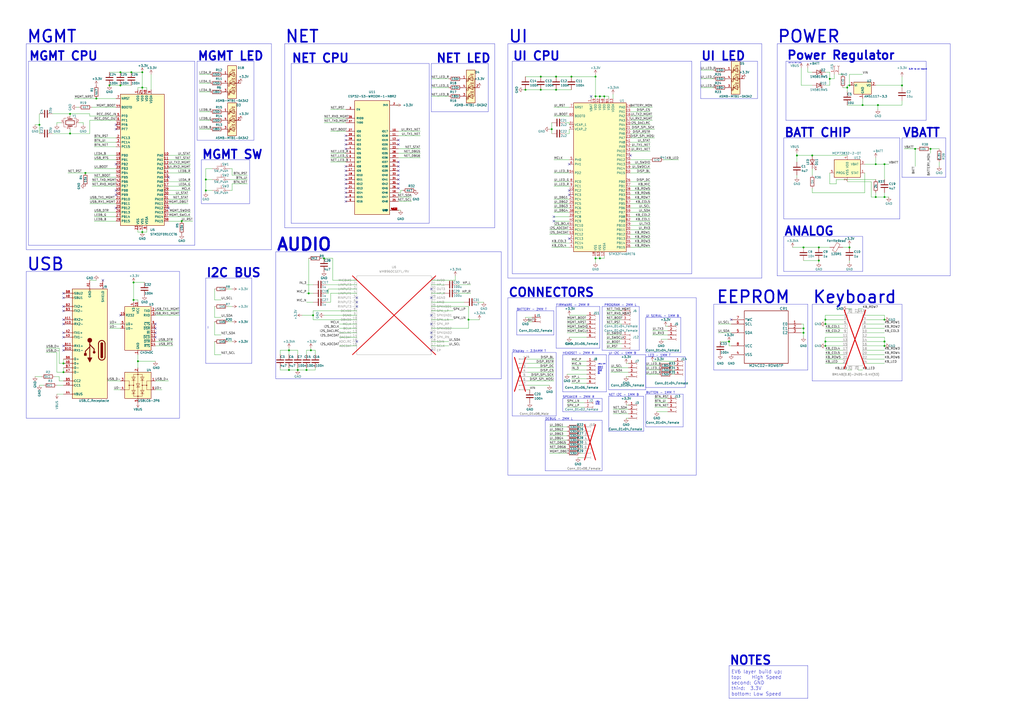
<source format=kicad_sch>
(kicad_sch (version 20230121) (generator eeschema)
  (paper "A2")
  (title_block (title "EV6b - FINN BERG") (date "2023-04-29") (company "CISCO SYSTEMS"))
  (junction (at 478.79 200.66))
  (junction (at 82.55 134.62))
  (junction (at 320.04 74.93))
  (junction (at 492.76 49.53))
  (junction (at 474.98 151.13))
  (junction (at 40.64 77.47))
  (junction (at 119.38 110.49))
  (junction (at 478.79 198.12))
  (junction (at 478.79 185.42))
  (junction (at 523.24 49.53))
  (junction (at 180.34 203.2))
  (junction (at 509.27 60.96))
  (junction (at 63.5 49.53))
  (junction (at 331.47 44.45))
  (junction (at 322.58 52.07))
  (junction (at 345.44 55.88))
  (junction (at 462.28 90.17))
  (junction (at 119.38 104.14))
  (junction (at 82.55 50.8))
  (junction (at 345.44 149.86))
  (junction (at 105.41 128.27))
  (junction (at 508 95.25))
  (junction (at 513.08 114.3))
  (junction (at 313.69 44.45))
  (junction (at 167.64 214.63))
  (junction (at 513.08 198.12))
  (junction (at 422.91 198.12))
  (junction (at 167.64 203.2))
  (junction (at 474.98 143.51))
  (junction (at 466.09 190.5))
  (junction (at 347.98 55.88))
  (junction (at 313.69 52.07))
  (junction (at 271.78 185.42))
  (junction (at 36.83 210.82))
  (junction (at 513.08 200.66))
  (junction (at 76.2 41.91))
  (junction (at 322.58 44.45))
  (junction (at 492.76 143.51))
  (junction (at 500.38 60.96))
  (junction (at 466.09 193.04))
  (junction (at 471.17 90.17))
  (junction (at 181.61 182.88))
  (junction (at 491.49 50.8))
  (junction (at 187.96 149.86))
  (junction (at 82.55 41.91))
  (junction (at 49.53 100.33))
  (junction (at 69.85 41.91))
  (junction (at 508 114.3))
  (junction (at 513.08 95.25))
  (junction (at 177.8 214.63))
  (junction (at 539.75 86.36))
  (junction (at 36.83 215.9))
  (junction (at 304.8 52.07))
  (junction (at 179.07 170.18))
  (junction (at 22.86 72.39))
  (junction (at 530.86 86.36))
  (junction (at 80.01 209.55))
  (junction (at 69.85 49.53))
  (junction (at 478.79 187.96))
  (junction (at 481.33 45.72))
  (junction (at 345.44 44.45))
  (junction (at 466.09 143.51))
  (junction (at 513.08 185.42))
  (junction (at 347.98 149.86))
  (junction (at 55.88 57.15))
  (junction (at 350.52 55.88))
  (junction (at 77.47 173.99))
  (junction (at 40.64 66.04))
  (junction (at 77.47 163.83))
  (junction (at 172.72 214.63))
  (no_connect (at 67.31 74.93))
  (no_connect (at 90.17 187.96))
  (no_connect (at 330.2 138.43))
  (no_connect (at 36.83 172.72))
  (no_connect (at 200.66 78.74))
  (no_connect (at 231.14 99.06))
  (no_connect (at 67.31 120.65))
  (no_connect (at 97.79 120.65))
  (no_connect (at 200.66 116.84))
  (no_connect (at 36.83 187.96))
  (no_connect (at 321.31 128.27))
  (no_connect (at 250.19 203.2))
  (no_connect (at 231.14 93.98))
  (no_connect (at 207.01 198.12))
  (no_connect (at 200.66 111.76))
  (no_connect (at 200.66 83.82))
  (no_connect (at 231.14 101.6))
  (no_connect (at 36.83 177.8))
  (no_connect (at 36.83 200.66))
  (no_connect (at 36.83 180.34))
  (no_connect (at 200.66 99.06))
  (no_connect (at 231.14 83.82))
  (no_connect (at 200.66 114.3))
  (no_connect (at 36.83 185.42))
  (no_connect (at 231.14 96.52))
  (no_connect (at 200.66 106.68))
  (no_connect (at 231.14 109.22))
  (no_connect (at 69.85 182.88))
  (no_connect (at 250.19 195.58))
  (no_connect (at 59.69 162.56))
  (no_connect (at 207.01 175.26))
  (no_connect (at 250.19 182.88))
  (no_connect (at 231.14 104.14))
  (no_connect (at 200.66 101.6))
  (no_connect (at 342.9 55.88))
  (no_connect (at 200.66 104.14))
  (no_connect (at 90.17 195.58))
  (no_connect (at 36.83 193.04))
  (no_connect (at 67.31 95.25))
  (no_connect (at 36.83 195.58))
  (no_connect (at 67.31 72.39))
  (no_connect (at 207.01 172.72))
  (no_connect (at 200.66 86.36))
  (no_connect (at 231.14 81.28))
  (no_connect (at 250.19 193.04))
  (no_connect (at 67.31 110.49))
  (no_connect (at 330.2 110.49))
  (no_connect (at 67.31 113.03))
  (no_connect (at 424.18 185.42))
  (no_connect (at 321.31 125.73))
  (no_connect (at 365.76 90.17))
  (no_connect (at 90.17 190.5))
  (no_connect (at 200.66 109.22))
  (no_connect (at 250.19 172.72))
  (no_connect (at 36.83 203.2))
  (no_connect (at 200.66 96.52))
  (no_connect (at 250.19 167.64))
  (no_connect (at 207.01 177.8))
  (no_connect (at 231.14 106.68))
  (no_connect (at 250.19 187.96))
  (no_connect (at 200.66 81.28))
  (no_connect (at 97.79 102.87))
  (no_connect (at 90.17 193.04))
  (no_connect (at 330.2 113.03))
  (no_connect (at 330.2 95.25))
  (no_connect (at 36.83 170.18))
  (wire (pts (xy 478.79 195.58) (xy 478.79 198.12)))
  (wire (pts (xy 478.79 205.74) (xy 488.95 205.74)))
  (wire (pts (xy 491.49 179.07) (xy 494.03 179.07)))
  (polyline (pts (xy 104.14 242.57) (xy 15.24 242.57)))
  (wire (pts (xy 97.79 125.73) (xy 110.49 125.73)))
  (wire (pts (xy 34.29 201.93) (xy 26.67 201.93)))
  (wire (pts (xy 378.46 209.55) (xy 391.16 209.55)))
  (polyline (pts (xy 396.24 228.6) (xy 396.24 247.65)))
  (wire (pts (xy 231.14 91.44) (xy 243.84 91.44)))
  (polyline (pts (xy 374.65 184.15) (xy 394.97 184.15)))
  (wire (pts (xy 62.23 220.98) (xy 69.85 220.98)))
  (polyline (pts (xy 250.19 36.83) (xy 283.21 36.83)))
  (wire (pts (xy 271.78 177.8) (xy 271.78 185.42)))
  (wire (pts (xy 365.76 97.79) (xy 377.19 97.79)))
  (wire (pts (xy 69.85 49.53) (xy 76.2 49.53)))
  (wire (pts (xy 115.57 64.77) (xy 121.92 64.77)))
  (wire (pts (xy 190.5 167.64) (xy 190.5 170.18)))
  (wire (pts (xy 85.09 134.62) (xy 82.55 134.62)))
  (wire (pts (xy 379.73 233.68) (xy 387.35 233.68)))
  (wire (pts (xy 345.44 149.86) (xy 347.98 149.86)))
  (wire (pts (xy 337.82 252.73) (xy 336.55 252.73)))
  (wire (pts (xy 466.09 190.5) (xy 466.09 193.04)))
  (wire (pts (xy 365.76 95.25) (xy 377.19 95.25)))
  (polyline (pts (xy 294.64 161.29) (xy 294.64 25.4)))
  (wire (pts (xy 468.63 41.91) (xy 471.17 41.91)))
  (wire (pts (xy 134.62 177.8) (xy 132.08 177.8)))
  (wire (pts (xy 530.86 86.36) (xy 530.86 96.52)))
  (wire (pts (xy 318.77 74.93) (xy 320.04 74.93)))
  (wire (pts (xy 97.79 113.03) (xy 109.22 113.03)))
  (polyline (pts (xy 450.85 25.4) (xy 454.66 25.4)))
  (wire (pts (xy 383.54 196.85) (xy 387.35 196.85)))
  (wire (pts (xy 321.31 118.11) (xy 330.2 118.11)))
  (wire (pts (xy 33.02 215.9) (xy 33.02 204.47)))
  (wire (pts (xy 134.62 97.79) (xy 134.62 101.6)))
  (wire (pts (xy 82.55 50.8) (xy 82.55 41.91)))
  (wire (pts (xy 321.31 107.95) (xy 330.2 107.95)))
  (wire (pts (xy 322.58 52.07) (xy 331.47 52.07)))
  (wire (pts (xy 232.41 110.49) (xy 232.41 111.76)))
  (wire (pts (xy 365.76 69.85) (xy 378.46 69.85)))
  (polyline (pts (xy 287.02 132.08) (xy 165.1 132.08)))
  (wire (pts (xy 321.31 115.57) (xy 330.2 115.57)))
  (wire (pts (xy 191.77 63.5) (xy 200.66 63.5)))
  (wire (pts (xy 134.62 101.6) (xy 143.51 101.6)))
  (wire (pts (xy 508 104.14) (xy 485.14 104.14)))
  (polyline (pts (xy 322.58 177.8) (xy 347.98 177.8)))
  (polyline (pts (xy 322.58 241.3) (xy 297.18 241.3)))
  (wire (pts (xy 328.93 187.96) (xy 340.36 187.96)))
  (wire (pts (xy 508 95.25) (xy 508 91.44)))
  (wire (pts (xy 478.79 210.82) (xy 488.95 210.82)))
  (wire (pts (xy 132.08 167.64) (xy 134.62 167.64)))
  (wire (pts (xy 45.72 71.12) (xy 48.26 71.12)))
  (wire (pts (xy 483.87 45.72) (xy 481.33 45.72)))
  (polyline (pts (xy 548.64 80.01) (xy 548.64 102.87)))
  (wire (pts (xy 466.09 151.13) (xy 474.98 151.13)))
  (wire (pts (xy 231.14 88.9) (xy 243.84 88.9)))
  (wire (pts (xy 25.4 223.52) (xy 22.86 223.52)))
  (wire (pts (xy 345.44 148.59) (xy 345.44 149.86)))
  (wire (pts (xy 119.38 104.14) (xy 119.38 110.49)))
  (wire (pts (xy 33.02 228.6) (xy 36.83 228.6)))
  (wire (pts (xy 207.01 182.88) (xy 187.96 182.88)))
  (polyline (pts (xy 551.18 160.02) (xy 450.85 160.02)))
  (wire (pts (xy 87.63 43.18) (xy 87.63 52.07)))
  (wire (pts (xy 179.07 149.86) (xy 179.07 170.18)))
  (wire (pts (xy 196.85 187.96) (xy 207.01 187.96)))
  (polyline (pts (xy 299.72 180.34) (xy 321.31 180.34)))
  (wire (pts (xy 97.79 118.11) (xy 109.22 118.11)))
  (wire (pts (xy 508 111.76) (xy 508 114.3)))
  (polyline (pts (xy 537.21 35.56) (xy 537.21 69.85)))
  (wire (pts (xy 250.19 175.26) (xy 269.24 175.26)))
  (polyline (pts (xy 407.67 35.56) (xy 439.42 35.56)))
  (wire (pts (xy 231.14 121.92) (xy 232.41 121.92)))
  (wire (pts (xy 177.8 165.1) (xy 181.61 165.1)))
  (polyline (pts (xy 353.06 229.87) (xy 353.06 250.19)))
  (wire (pts (xy 177.8 213.36) (xy 177.8 214.63)))
  (wire (pts (xy 63.5 49.53) (xy 69.85 49.53)))
  (wire (pts (xy 481.33 41.91) (xy 481.33 45.72)))
  (wire (pts (xy 330.2 72.39) (xy 330.2 71.12)))
  (polyline (pts (xy 104.14 157.48) (xy 104.14 242.57)))
  (wire (pts (xy 35.56 71.12) (xy 33.02 71.12)))
  (wire (pts (xy 321.31 128.27) (xy 330.2 128.27)))
  (polyline (pts (xy 290.83 219.71) (xy 290.83 146.05)))
  (wire (pts (xy 231.14 86.36) (xy 243.84 86.36)))
  (wire (pts (xy 97.79 100.33) (xy 110.49 100.33)))
  (wire (pts (xy 365.76 92.71) (xy 377.19 92.71)))
  (wire (pts (xy 313.69 44.45) (xy 322.58 44.45)))
  (wire (pts (xy 162.56 214.63) (xy 167.64 214.63)))
  (wire (pts (xy 355.6 240.03) (xy 364.49 240.03)))
  (wire (pts (xy 31.75 218.44) (xy 34.29 218.44)))
  (wire (pts (xy 365.76 130.81) (xy 377.19 130.81)))
  (wire (pts (xy 328.9402 257.81) (xy 318.77 257.81)))
  (wire (pts (xy 321.31 62.23) (xy 330.2 62.23)))
  (polyline (pts (xy 401.32 158.75) (xy 401.32 35.56)))
  (wire (pts (xy 505.46 114.3) (xy 508 114.3)))
  (wire (pts (xy 82.55 50.8) (xy 82.55 52.07)))
  (wire (pts (xy 365.76 67.31) (xy 378.46 67.31)))
  (wire (pts (xy 331.47 222.25) (xy 340.36 222.25)))
  (wire (pts (xy 478.79 193.04) (xy 488.95 193.04)))
  (wire (pts (xy 191.77 76.2) (xy 200.66 76.2)))
  (wire (pts (xy 474.98 143.51) (xy 481.33 143.51)))
  (polyline (pts (xy 521.97 127) (xy 454.66 127)))
  (wire (pts (xy 509.27 60.96) (xy 509.27 63.5)))
  (wire (pts (xy 331.47 44.45) (xy 345.44 44.45)))
  (wire (pts (xy 530.86 86.36) (xy 532.13 86.36)))
  (wire (pts (xy 20.32 218.44) (xy 24.13 218.44)))
  (wire (pts (xy 462.28 90.17) (xy 471.17 90.17)))
  (wire (pts (xy 381 238.76) (xy 387.35 238.76)))
  (polyline (pts (xy 523.24 176.53) (xy 471.17 176.53)))
  (wire (pts (xy 544.83 93.98) (xy 544.83 96.52)))
  (wire (pts (xy 124.46 194.31) (xy 128.27 194.31)))
  (wire (pts (xy 182.88 203.2) (xy 180.34 203.2)))
  (wire (pts (xy 365.76 120.65) (xy 377.19 120.65)))
  (wire (pts (xy 134.62 106.68) (xy 143.51 106.68)))
  (wire (pts (xy 539.75 86.36) (xy 539.75 88.9)))
  (wire (pts (xy 500.38 60.96) (xy 509.27 60.96)))
  (wire (pts (xy 250.19 180.34) (xy 262.89 180.34)))
  (wire (pts (xy 115.57 43.18) (xy 121.92 43.18)))
  (polyline (pts (xy 374.65 224.79) (xy 397.51 224.79)))
  (wire (pts (xy 190.5 167.64) (xy 207.01 167.64)))
  (wire (pts (xy 124.46 184.15) (xy 128.27 184.15)))
  (wire (pts (xy 90.17 200.66) (xy 100.33 200.66)))
  (wire (pts (xy 39.37 100.33) (xy 49.53 100.33)))
  (wire (pts (xy 478.79 200.66) (xy 488.95 200.66)))
  (wire (pts (xy 321.31 105.41) (xy 330.2 105.41)))
  (wire (pts (xy 345.44 55.88) (xy 347.98 55.88)))
  (wire (pts (xy 478.79 198.12) (xy 478.79 200.66)))
  (wire (pts (xy 182.88 203.2) (xy 182.88 205.74)))
  (polyline (pts (xy 316.23 273.05) (xy 349.25 273.05)))
  (wire (pts (xy 105.41 128.27) (xy 111.76 128.27)))
  (wire (pts (xy 320.04 74.93) (xy 320.04 77.47)))
  (polyline (pts (xy 454.66 143.51) (xy 454.66 157.48)))
  (polyline (pts (xy 351.79 227.33) (xy 326.39 227.33)))
  (wire (pts (xy 250.19 177.8) (xy 271.78 177.8)))
  (wire (pts (xy 82.55 133.35) (xy 82.55 134.62)))
  (polyline (pts (xy 147.32 81.28) (xy 114.3 81.28)))
  (polyline (pts (xy 316.23 243.84) (xy 349.25 243.84)))
  (wire (pts (xy 123.19 110.49) (xy 119.38 110.49)))
  (polyline (pts (xy 297.18 204.47) (xy 322.58 204.47)))
  (polyline (pts (xy 374.65 184.15) (xy 374.65 204.47)))
  (wire (pts (xy 345.44 149.86) (xy 345.44 152.4)))
  (wire (pts (xy 196.85 193.04) (xy 207.01 193.04)))
  (polyline (pts (xy 114.3 35.56) (xy 147.32 35.56)))
  (polyline (pts (xy 146.05 210.82) (xy 146.05 161.29)))
  (wire (pts (xy 177.8 203.2) (xy 177.8 205.74)))
  (polyline (pts (xy 450.85 160.02) (xy 450.85 25.4)))
  (wire (pts (xy 464.82 190.5) (xy 466.09 190.5)))
  (polyline (pts (xy 370.84 203.2) (xy 349.25 203.2)))
  (wire (pts (xy 478.79 49.53) (xy 481.33 49.53)))
  (wire (pts (xy 231.14 76.2) (xy 243.84 76.2)))
  (wire (pts (xy 124.46 205.74) (xy 128.27 205.74)))
  (wire (pts (xy 231.14 78.74) (xy 243.84 78.74)))
  (polyline (pts (xy 455.93 35.56) (xy 455.93 69.85)))
  (wire (pts (xy 478.79 198.12) (xy 488.95 198.12)))
  (wire (pts (xy 384.81 92.71) (xy 393.7 92.71)))
  (wire (pts (xy 45.72 62.23) (xy 44.45 62.23)))
  (wire (pts (xy 379.73 236.22) (xy 387.35 236.22)))
  (wire (pts (xy 414.02 50.8) (xy 406.4 50.8)))
  (wire (pts (xy 55.88 57.15) (xy 67.31 57.15)))
  (wire (pts (xy 304.8 44.45) (xy 313.69 44.45)))
  (wire (pts (xy 330.2 195.58) (xy 340.36 195.58)))
  (wire (pts (xy 502.92 182.88) (xy 513.08 182.88)))
  (wire (pts (xy 162.56 203.2) (xy 162.56 205.74)))
  (polyline (pts (xy 422.91 386.08) (xy 468.63 386.08)))
  (wire (pts (xy 63.5 187.96) (xy 69.85 187.96)))
  (wire (pts (xy 459.74 143.51) (xy 466.09 143.51)))
  (wire (pts (xy 115.57 53.34) (xy 121.92 53.34)))
  (polyline (pts (xy 349.25 177.8) (xy 370.84 177.8)))
  (polyline (pts (xy 294.64 275.59) (xy 294.64 172.72)))
  (wire (pts (xy 306.07 220.98) (xy 321.31 220.98)))
  (wire (pts (xy 414.02 40.64) (xy 406.4 40.64)))
  (wire (pts (xy 133.35 110.49) (xy 134.62 110.49)))
  (wire (pts (xy 365.76 138.43) (xy 377.19 138.43)))
  (wire (pts (xy 345.44 43.18) (xy 345.44 44.45)))
  (wire (pts (xy 328.93 250.19) (xy 318.77 250.19)))
  (wire (pts (xy 36.83 215.9) (xy 33.02 215.9)))
  (polyline (pts (xy 290.83 146.05) (xy 167.64 146.05)))
  (wire (pts (xy 187.96 71.12) (xy 200.66 71.12)))
  (wire (pts (xy 485.14 104.14) (xy 485.14 106.68)))
  (wire (pts (xy 66.04 226.06) (xy 69.85 226.06)))
  (wire (pts (xy 306.07 210.82) (xy 321.31 210.82)))
  (polyline (pts (xy 328.93 205.74) (xy 351.79 205.74)))
  (wire (pts (xy 320.04 143.51) (xy 330.2 143.51)))
  (wire (pts (xy 193.04 162.56) (xy 207.01 162.56)))
  (wire (pts (xy 306.07 226.06) (xy 307.34 226.06)))
  (wire (pts (xy 123.19 104.14) (xy 119.38 104.14)))
  (wire (pts (xy 347.98 55.88) (xy 350.52 55.88)))
  (wire (pts (xy 191.77 170.18) (xy 191.77 175.26)))
  (wire (pts (xy 331.47 209.55) (xy 340.36 209.55)))
  (wire (pts (xy 80.01 173.99) (xy 80.01 175.26)))
  (wire (pts (xy 260.35 50.8) (xy 250.19 50.8)))
  (wire (pts (xy 196.85 195.58) (xy 207.01 195.58)))
  (wire (pts (xy 189.23 165.1) (xy 207.01 165.1)))
  (polyline (pts (xy 349.25 243.84) (xy 349.25 245.11)))
  (wire (pts (xy 365.76 82.55) (xy 377.19 82.55)))
  (wire (pts (xy 306.07 215.9) (xy 321.31 215.9)))
  (wire (pts (xy 172.72 214.63) (xy 172.72 213.36)))
  (wire (pts (xy 539.75 86.36) (xy 544.83 86.36)))
  (polyline (pts (xy 397.51 224.79) (xy 397.51 207.01)))
  (wire (pts (xy 464.82 187.96) (xy 466.09 187.96)))
  (wire (pts (xy 492.76 43.18) (xy 500.38 43.18)))
  (wire (pts (xy 471.17 97.79) (xy 471.17 101.6)))
  (polyline (pts (xy 353.06 250.19) (xy 373.38 250.19)))
  (wire (pts (xy 304.8 52.07) (xy 313.69 52.07)))
  (polyline (pts (xy 403.86 275.59) (xy 294.64 275.59)))
  (polyline (pts (xy 322.58 201.93) (xy 322.58 177.8)))
  (polyline (pts (xy 283.21 64.77) (xy 250.19 64.77)))
  (wire (pts (xy 167.64 203.2) (xy 162.56 203.2)))
  (wire (pts (xy 53.34 105.41) (xy 67.31 105.41)))
  (wire (pts (xy 306.07 218.44) (xy 321.31 218.44)))
  (polyline (pts (xy 521.97 80.01) (xy 521.97 127)))
  (wire (pts (xy 365.76 113.03) (xy 377.19 113.03)))
  (wire (pts (xy 350.52 55.88) (xy 350.52 57.15)))
  (polyline (pts (xy 283.21 36.83) (xy 283.21 64.77)))
  (wire (pts (xy 422.91 200.66) (xy 422.91 198.12)))
  (wire (pts (xy 468.63 39.37) (xy 468.63 41.91)))
  (polyline (pts (xy 439.42 35.56) (xy 439.42 57.15)))
  (wire (pts (xy 54.61 80.01) (xy 67.31 80.01)))
  (wire (pts (xy 508 114.3) (xy 513.08 114.3)))
  (wire (pts (xy 97.79 128.27) (xy 105.41 128.27)))
  (wire (pts (xy 54.61 90.17) (xy 67.31 90.17)))
  (wire (pts (xy 508 49.53) (xy 523.24 49.53)))
  (wire (pts (xy 193.04 162.56) (xy 193.04 149.86)))
  (wire (pts (xy 492.76 151.13) (xy 492.76 152.4)))
  (wire (pts (xy 172.72 203.2) (xy 167.64 203.2)))
  (wire (pts (xy 172.72 203.2) (xy 172.72 205.74)))
  (wire (pts (xy 330.2 77.47) (xy 327.66 77.47)))
  (wire (pts (xy 491.49 214.63) (xy 494.03 214.63)))
  (polyline (pts (xy 120.65 189.23) (xy 120.65 190.5)))
  (wire (pts (xy 464.82 39.37) (xy 464.82 49.53)))
  (wire (pts (xy 80.01 209.55) (xy 80.01 213.36)))
  (wire (pts (xy 186.69 149.86) (xy 187.96 149.86)))
  (wire (pts (xy 464.82 193.04) (xy 466.09 193.04)))
  (wire (pts (xy 501.65 95.25) (xy 508 95.25)))
  (wire (pts (xy 336.55 247.65) (xy 337.82 247.65)))
  (polyline (pts (xy 471.17 220.98) (xy 523.24 220.98)))
  (wire (pts (xy 466.09 187.96) (xy 466.09 190.5)))
  (wire (pts (xy 69.85 41.91) (xy 76.2 41.91)))
  (wire (pts (xy 502.92 205.74) (xy 513.08 205.74)))
  (wire (pts (xy 77.47 163.83) (xy 83.82 163.83)))
  (wire (pts (xy 486.41 43.18) (xy 488.95 43.18)))
  (wire (pts (xy 478.79 203.2) (xy 488.95 203.2)))
  (wire (pts (xy 181.61 180.34) (xy 207.01 180.34)))
  (wire (pts (xy 229.87 60.96) (xy 231.14 60.96)))
  (polyline (pts (xy 349.25 203.2) (xy 349.25 177.8)))
  (wire (pts (xy 488.95 143.51) (xy 492.76 143.51)))
  (wire (pts (xy 491.49 49.53) (xy 492.76 49.53)))
  (polyline (pts (xy 455.93 35.56) (xy 537.21 35.56)))
  (wire (pts (xy 523.24 44.45) (xy 523.24 49.53)))
  (wire (pts (xy 365.76 123.19) (xy 377.19 123.19)))
  (wire (pts (xy 500.38 57.15) (xy 500.38 60.96)))
  (wire (pts (xy 123.19 97.79) (xy 119.38 97.79)))
  (polyline (pts (xy 454.66 80.01) (xy 521.97 80.01)))
  (wire (pts (xy 191.77 91.44) (xy 200.66 91.44)))
  (wire (pts (xy 365.76 85.09) (xy 377.19 85.09)))
  (wire (pts (xy 500.38 214.63) (xy 497.84 214.63)))
  (wire (pts (xy 502.92 190.5) (xy 513.08 190.5)))
  (wire (pts (xy 318.77 135.89) (xy 330.2 135.89)))
  (wire (pts (xy 55.88 162.56) (xy 52.07 162.56)))
  (wire (pts (xy 379.73 231.14) (xy 387.35 231.14)))
  (wire (pts (xy 191.77 170.18) (xy 207.01 170.18)))
  (wire (pts (xy 304.8 52.07) (xy 303.53 52.07)))
  (wire (pts (xy 231.14 114.3) (xy 238.76 114.3)))
  (wire (pts (xy 347.98 55.88) (xy 347.98 57.15)))
  (wire (pts (xy 478.79 182.88) (xy 488.95 182.88)))
  (wire (pts (xy 363.22 242.57) (xy 364.49 242.57)))
  (wire (pts (xy 182.88 213.36) (xy 182.88 214.63)))
  (wire (pts (xy 491.49 60.96) (xy 500.38 60.96)))
  (wire (pts (xy 40.64 66.04) (xy 40.64 67.31)))
  (polyline (pts (xy 290.83 219.71) (xy 160.02 219.71)))
  (wire (pts (xy 124.46 177.8) (xy 124.46 184.15)))
  (wire (pts (xy 80.01 50.8) (xy 82.55 50.8)))
  (wire (pts (xy 330.2 71.12) (xy 327.66 71.12)))
  (wire (pts (xy 30.48 77.47) (xy 40.64 77.47)))
  (wire (pts (xy 328.93 236.22) (xy 339.09 236.22)))
  (wire (pts (xy 179.07 170.18) (xy 181.61 170.18)))
  (wire (pts (xy 478.79 182.88) (xy 478.79 185.42)))
  (wire (pts (xy 133.35 97.79) (xy 134.62 97.79)))
  (wire (pts (xy 481.33 100.33) (xy 481.33 106.68)))
  (wire (pts (xy 85.09 50.8) (xy 82.55 50.8)))
  (wire (pts (xy 52.07 115.57) (xy 67.31 115.57)))
  (wire (pts (xy 80.01 205.74) (xy 80.01 209.55)))
  (polyline (pts (xy 316.23 243.84) (xy 316.23 273.05)))
  (polyline (pts (xy 468.63 176.53) (xy 468.63 214.63)))
  (wire (pts (xy 485.14 106.68) (xy 481.33 106.68)))
  (wire (pts (xy 378.46 191.77) (xy 387.35 191.77)))
  (wire (pts (xy 40.64 74.93) (xy 40.64 77.47)))
  (wire (pts (xy 90.17 226.06) (xy 93.98 226.06)))
  (polyline (pts (xy 414.02 176.53) (xy 468.63 176.53)))
  (wire (pts (xy 320.04 140.97) (xy 330.2 140.97)))
  (wire (pts (xy 524.51 86.36) (xy 530.86 86.36)))
  (wire (pts (xy 502.92 195.58) (xy 513.08 195.58)))
  (wire (pts (xy 424.18 200.66) (xy 422.91 200.66)))
  (wire (pts (xy 52.07 77.47) (xy 40.64 77.47)))
  (polyline (pts (xy 167.64 146.05) (xy 160.02 146.05)))
  (polyline (pts (xy 294.64 172.72) (xy 403.86 172.72)))
  (wire (pts (xy 22.86 72.39) (xy 22.86 77.47)))
  (polyline (pts (xy 523.24 102.87) (xy 523.24 80.01)))
  (wire (pts (xy 306.07 223.52) (xy 318.77 223.52)))
  (wire (pts (xy 355.6 237.49) (xy 364.49 237.49)))
  (polyline (pts (xy 15.24 242.57) (xy 15.24 157.48)))
  (polyline (pts (xy 113.03 35.56) (xy 113.03 142.24)))
  (wire (pts (xy 313.69 52.07) (xy 322.58 52.07)))
  (wire (pts (xy 97.79 92.71) (xy 110.49 92.71)))
  (wire (pts (xy 191.77 175.26) (xy 189.23 175.26)))
  (wire (pts (xy 328.93 217.17) (xy 340.36 217.17)))
  (wire (pts (xy 488.95 50.8) (xy 491.49 50.8)))
  (wire (pts (xy 43.18 57.15) (xy 55.88 57.15)))
  (wire (pts (xy 342.9 57.15) (xy 342.9 55.88)))
  (wire (pts (xy 250.19 185.42) (xy 262.89 185.42)))
  (wire (pts (xy 85.09 133.35) (xy 85.09 134.62)))
  (polyline (pts (xy 406.4 35.56) (xy 407.67 35.56)))
  (wire (pts (xy 80.01 133.35) (xy 80.01 134.62)))
  (polyline (pts (xy 347.98 201.93) (xy 322.58 201.93)))
  (polyline (pts (xy 114.3 35.56) (xy 114.3 81.28)))
  (wire (pts (xy 190.5 170.18) (xy 189.23 170.18)))
  (wire (pts (xy 22.86 72.39) (xy 20.32 72.39)))
  (wire (pts (xy 502.92 198.12) (xy 513.08 198.12)))
  (wire (pts (xy 196.85 200.66) (xy 207.01 200.66)))
  (wire (pts (xy 355.6 54.61) (xy 355.6 57.15)))
  (wire (pts (xy 345.44 55.88) (xy 345.44 57.15)))
  (wire (pts (xy 134.62 186.69) (xy 132.08 186.69)))
  (wire (pts (xy 76.2 41.91) (xy 82.55 41.91)))
  (polyline (pts (xy 297.18 158.75) (xy 401.32 158.75)))
  (wire (pts (xy 347.98 149.86) (xy 350.52 149.86)))
  (polyline (pts (xy 349.25 231.14) (xy 349.25 238.76)))
  (wire (pts (xy 331.47 219.71) (xy 340.36 219.71)))
  (polyline (pts (xy 500.38 137.16) (xy 454.66 137.16)))
  (wire (pts (xy 328.93 185.42) (xy 340.36 185.42)))
  (wire (pts (xy 365.76 110.49) (xy 377.19 110.49)))
  (wire (pts (xy 180.34 203.2) (xy 177.8 203.2)))
  (polyline (pts (xy 297.18 204.47) (xy 297.18 241.3)))
  (wire (pts (xy 63.5 41.91) (xy 69.85 41.91)))
  (wire (pts (xy 30.48 66.04) (xy 40.64 66.04)))
  (polyline (pts (xy 248.92 129.54) (xy 248.92 36.83)))
  (wire (pts (xy 162.56 213.36) (xy 162.56 214.63)))
  (wire (pts (xy 478.79 195.58) (xy 488.95 195.58)))
  (wire (pts (xy 231.14 116.84) (xy 238.76 116.84)))
  (wire (pts (xy 389.89 212.09) (xy 391.16 212.09)))
  (polyline (pts (xy 157.48 144.78) (xy 15.24 144.78)))
  (polyline (pts (xy 471.17 176.53) (xy 471.17 176.53)))
  (wire (pts (xy 167.64 213.36) (xy 167.64 214.63)))
  (wire (pts (xy 365.76 100.33) (xy 377.19 100.33)))
  (wire (pts (xy 250.19 165.1) (xy 257.81 165.1)))
  (wire (pts (xy 318.77 247.65) (xy 328.93 247.65)))
  (polyline (pts (xy 441.96 161.29) (xy 294.64 161.29)))
  (wire (pts (xy 36.83 210.82) (xy 34.29 210.82)))
  (polyline (pts (xy 326.39 238.76) (xy 326.39 231.14)))
  (polyline (pts (xy 500.38 157.48) (xy 500.38 137.16)))
  (wire (pts (xy 34.29 220.98) (xy 36.83 220.98)))
  (polyline (pts (xy 146.05 161.29) (xy 119.38 161.29)))
  (wire (pts (xy 304.8 184.15) (xy 308.61 184.15)))
  (wire (pts (xy 466.09 193.04) (xy 466.09 195.58)))
  (wire (pts (xy 77.47 173.99) (xy 80.01 173.99)))
  (polyline (pts (xy 15.24 157.48) (xy 104.14 157.48)))
  (wire (pts (xy 271.78 185.42) (xy 271.78 190.5)))
  (wire (pts (xy 321.31 92.71) (xy 330.2 92.71)))
  (wire (pts (xy 462.28 101.6) (xy 462.28 102.87)))
  (wire (pts (xy 321.31 130.81) (xy 330.2 130.81)))
  (wire (pts (xy 466.09 143.51) (xy 474.98 143.51)))
  (wire (pts (xy 181.61 180.34) (xy 181.61 182.88)))
  (wire (pts (xy 347.98 148.59) (xy 347.98 149.86)))
  (polyline (pts (xy 403.86 172.72) (xy 403.86 275.59)))
  (wire (pts (xy 491.49 50.8) (xy 491.49 53.34)))
  (wire (pts (xy 77.47 163.83) (xy 77.47 173.99)))
  (wire (pts (xy 321.31 67.31) (xy 330.2 67.31)))
  (polyline (pts (xy 119.38 210.82) (xy 146.05 210.82)))
  (wire (pts (xy 77.47 173.99) (xy 77.47 175.26)))
  (wire (pts (xy 52.07 66.04) (xy 40.64 66.04)))
  (polyline (pts (xy 351.79 205.74) (xy 351.79 227.33)))
  (wire (pts (xy 523.24 58.42) (xy 523.24 60.96)))
  (polyline (pts (xy 523.24 80.01) (xy 548.64 80.01)))
  (polyline (pts (xy 374.65 226.06) (xy 353.06 226.06)))
  (polyline (pts (xy 373.38 250.19) (xy 373.38 229.87)))
  (wire (pts (xy 52.07 118.11) (xy 67.31 118.11)))
  (polyline (pts (xy 353.06 229.87) (xy 373.38 229.87)))
  (wire (pts (xy 523.24 49.53) (xy 523.24 50.8)))
  (wire (pts (xy 328.93 262.89) (xy 318.77 262.89)))
  (wire (pts (xy 478.79 190.5) (xy 488.95 190.5)))
  (wire (pts (xy 328.93 190.5) (xy 340.36 190.5)))
  (polyline (pts (xy 297.18 35.56) (xy 401.32 35.56)))
  (wire (pts (xy 502.92 185.42) (xy 513.08 185.42)))
  (wire (pts (xy 97.79 107.95) (xy 110.49 107.95)))
  (wire (pts (xy 52.07 67.31) (xy 67.31 67.31)))
  (wire (pts (xy 181.61 185.42) (xy 207.01 185.42)))
  (polyline (pts (xy 551.18 25.4) (xy 551.18 160.02)))
  (wire (pts (xy 502.92 187.96) (xy 513.08 187.96)))
  (polyline (pts (xy 165.1 132.08) (xy 165.1 25.4)))
  (wire (pts (xy 351.79 196.85) (xy 360.68 196.85)))
  (wire (pts (xy 322.58 44.45) (xy 331.47 44.45)))
  (wire (pts (xy 80.01 134.62) (xy 82.55 134.62)))
  (polyline (pts (xy 439.42 57.15) (xy 406.4 57.15)))
  (wire (pts (xy 54.61 92.71) (xy 67.31 92.71)))
  (wire (pts (xy 502.92 203.2) (xy 513.08 203.2)))
  (wire (pts (xy 119.38 97.79) (xy 119.38 104.14)))
  (wire (pts (xy 54.61 128.27) (xy 67.31 128.27)))
  (wire (pts (xy 22.86 66.04) (xy 22.86 72.39)))
  (wire (pts (xy 491.49 105.41) (xy 505.46 105.41)))
  (wire (pts (xy 478.79 185.42) (xy 488.95 185.42)))
  (polyline (pts (xy 157.48 25.4) (xy 157.48 144.78)))
  (wire (pts (xy 513.08 104.14) (xy 513.08 95.25)))
  (wire (pts (xy 365.76 72.39) (xy 377.19 72.39)))
  (wire (pts (xy 233.68 110.49) (xy 232.41 110.49)))
  (wire (pts (xy 365.76 62.23) (xy 378.46 62.23)))
  (wire (pts (xy 54.61 123.19) (xy 67.31 123.19)))
  (wire (pts (xy 389.89 214.63) (xy 391.16 214.63)))
  (wire (pts (xy 331.47 212.09) (xy 340.36 212.09)))
  (wire (pts (xy 471.17 111.76) (xy 501.65 111.76)))
  (wire (pts (xy 306.07 186.69) (xy 308.61 186.69)))
  (wire (pts (xy 336.55 262.89) (xy 337.82 262.89)))
  (polyline (pts (xy 537.21 69.85) (xy 455.93 69.85)))
  (wire (pts (xy 365.76 125.73) (xy 377.19 125.73)))
  (polyline (pts (xy 370.84 177.8) (xy 370.84 203.2)))
  (wire (pts (xy 353.06 55.88) (xy 353.06 57.15)))
  (wire (pts (xy 374.65 214.63) (xy 382.27 214.63)))
  (wire (pts (xy 365.76 135.89) (xy 377.19 135.89)))
  (wire (pts (xy 374.65 217.17) (xy 382.27 217.17)))
  (wire (pts (xy 365.76 118.11) (xy 377.19 118.11)))
  (wire (pts (xy 321.31 125.73) (xy 330.2 125.73)))
  (polyline (pts (xy 160.02 219.71) (xy 160.02 218.44)))
  (wire (pts (xy 54.61 82.55) (xy 67.31 82.55)))
  (polyline (pts (xy 454.66 137.16) (xy 454.66 143.51)))
  (wire (pts (xy 328.93 252.73) (xy 318.77 252.73)))
  (wire (pts (xy 134.62 198.12) (xy 132.08 198.12)))
  (wire (pts (xy 502.92 210.82) (xy 513.08 210.82)))
  (wire (pts (xy 52.07 67.31) (xy 52.07 66.04)))
  (wire (pts (xy 509.27 60.96) (xy 523.24 60.96)))
  (polyline (pts (xy 471.17 176.53) (xy 471.17 220.98)))
  (wire (pts (xy 90.17 182.88) (xy 104.14 182.88)))
  (wire (pts (xy 478.79 41.91) (xy 481.33 41.91)))
  (wire (pts (xy 462.28 88.9) (xy 462.28 90.17)))
  (polyline (pts (xy 116.84 118.11) (xy 116.84 92.71)))
  (wire (pts (xy 321.31 123.19) (xy 330.2 123.19)))
  (wire (pts (xy 474.98 151.13) (xy 474.98 152.4)))
  (wire (pts (xy 250.19 198.12) (xy 260.35 198.12)))
  (polyline (pts (xy 394.97 204.47) (xy 394.97 184.15)))
  (wire (pts (xy 365.76 74.93) (xy 379.73 74.93)))
  (polyline (pts (xy 414.02 214.63) (xy 414.02 176.53)))
  (wire (pts (xy 328.93 193.04) (xy 340.36 193.04)))
  (wire (pts (xy 351.79 180.34) (xy 360.68 180.34)))
  (wire (pts (xy 345.44 44.45) (xy 345.44 55.88)))
  (wire (pts (xy 365.76 133.35) (xy 377.19 133.35)))
  (polyline (pts (xy 454.66 157.48) (xy 500.38 157.48)))
  (wire (pts (xy 97.79 115.57) (xy 109.22 115.57)))
  (wire (pts (xy 321.31 120.65) (xy 330.2 120.65)))
  (wire (pts (xy 49.53 100.33) (xy 67.31 100.33)))
  (polyline (pts (xy 441.96 25.4) (xy 441.96 161.29)))
  (wire (pts (xy 167.64 203.2) (xy 167.64 205.74)))
  (wire (pts (xy 337.82 260.35) (xy 336.6692 260.35)))
  (polyline (pts (xy 326.39 231.14) (xy 349.25 231.14)))
  (polyline (pts (xy 16.51 35.56) (xy 113.03 35.56)))
  (wire (pts (xy 33.02 223.52) (xy 36.83 223.52)))
  (polyline (pts (xy 353.06 226.06) (xy 353.06 205.74)))
  (wire (pts (xy 52.07 69.85) (xy 52.07 77.47)))
  (wire (pts (xy 80.01 52.07) (xy 80.01 50.8)))
  (wire (pts (xy 54.61 102.87) (xy 67.31 102.87)))
  (wire (pts (xy 33.02 71.12) (xy 33.02 72.39)))
  (wire (pts (xy 232.41 111.76) (xy 231.14 111.76)))
  (wire (pts (xy 48.26 71.12) (xy 48.26 72.39)))
  (wire (pts (xy 350.52 55.88) (xy 353.06 55.88)))
  (wire (pts (xy 422.91 198.12) (xy 417.83 198.12)))
  (wire (pts (xy 115.57 69.85) (xy 121.92 69.85)))
  (wire (pts (xy 389.89 217.17) (xy 391.16 217.17)))
  (wire (pts (xy 167.64 214.63) (xy 172.72 214.63)))
  (wire (pts (xy 500.38 179.07) (xy 497.84 179.07)))
  (polyline (pts (xy 454.66 127) (xy 454.66 80.01)))
  (wire (pts (xy 250.19 200.66) (xy 260.35 200.66)))
  (wire (pts (xy 351.79 185.42) (xy 360.68 185.42)))
  (wire (pts (xy 351.79 199.39) (xy 360.68 199.39)))
  (polyline (pts (xy 523.24 220.98) (xy 523.24 176.53)))
  (wire (pts (xy 54.61 85.09) (xy 67.31 85.09)))
  (polyline (pts (xy 374.65 228.6) (xy 396.24 228.6)))
  (wire (pts (xy 363.22 218.44) (xy 364.49 218.44)))
  (wire (pts (xy 329.0492 260.35) (xy 318.77 260.35)))
  (wire (pts (xy 350.52 148.59) (xy 350.52 149.86)))
  (wire (pts (xy 115.57 74.93) (xy 121.92 74.93)))
  (wire (pts (xy 124.46 167.64) (xy 124.46 173.99)))
  (polyline (pts (xy 160.02 146.05) (xy 160.02 218.44)))
  (wire (pts (xy 513.08 111.76) (xy 513.08 114.3)))
  (wire (pts (xy 471.17 90.17) (xy 491.49 90.17)))
  (polyline (pts (xy 374.65 205.74) (xy 374.65 226.06)))
  (wire (pts (xy 365.76 87.63) (xy 377.19 87.63)))
  (wire (pts (xy 513.08 182.88) (xy 513.08 185.42)))
  (polyline (pts (xy 422.91 386.08) (xy 422.91 405.13)))
  (polyline (pts (xy 168.91 129.54) (xy 248.92 129.54)))
  (wire (pts (xy 337.82 250.19) (xy 336.55 250.19)))
  (wire (pts (xy 264.16 162.56) (xy 264.16 160.02)))
  (wire (pts (xy 365.76 128.27) (xy 377.19 128.27)))
  (wire (pts (xy 33.02 204.47) (xy 26.67 204.47)))
  (wire (pts (xy 54.61 125.73) (xy 67.31 125.73)))
  (wire (pts (xy 97.79 110.49) (xy 110.49 110.49)))
  (polyline (pts (xy 15.24 144.78) (xy 15.24 25.4)))
  (polyline (pts (xy 119.38 161.29) (xy 119.38 210.82)))
  (polyline (pts (xy 326.39 205.74) (xy 328.93 205.74)))
  (polyline (pts (xy 250.19 64.77) (xy 250.19 36.83)))
  (wire (pts (xy 97.79 95.25) (xy 110.49 95.25)))
  (polyline (pts (xy 406.4 57.15) (xy 406.4 35.56)))
  (wire (pts (xy 464.82 49.53) (xy 471.17 49.53)))
  (polyline (pts (xy 353.06 205.74) (xy 374.65 205.74)))
  (wire (pts (xy 505.46 105.41) (xy 505.46 114.3)))
  (wire (pts (xy 515.62 114.3) (xy 513.08 114.3)))
  (wire (pts (xy 180.34 203.2) (xy 180.34 201.93)))
  (wire (pts (xy 471.17 111.76) (xy 471.17 109.22)))
  (polyline (pts (xy 299.72 194.31) (xy 299.72 180.34)))
  (wire (pts (xy 85.09 52.07) (xy 85.09 50.8)))
  (wire (pts (xy 306.07 213.36) (xy 321.31 213.36)))
  (polyline (pts (xy 168.91 36.83) (xy 168.91 129.54)))
  (wire (pts (xy 97.79 105.41) (xy 110.49 105.41)))
  (wire (pts (xy 513.08 95.25) (xy 515.62 95.25)))
  (wire (pts (xy 177.8 170.18) (xy 179.07 170.18)))
  (polyline (pts (xy 396.24 247.65) (xy 374.65 247.65)))
  (wire (pts (xy 337.82 255.27) (xy 336.55 255.27)))
  (wire (pts (xy 365.76 140.97) (xy 377.19 140.97)))
  (wire (pts (xy 328.93 233.68) (xy 339.09 233.68)))
  (wire (pts (xy 53.34 62.23) (xy 67.31 62.23)))
  (wire (pts (xy 483.87 43.18) (xy 483.87 45.72)))
  (wire (pts (xy 365.76 105.41) (xy 377.19 105.41)))
  (wire (pts (xy 177.8 175.26) (xy 181.61 175.26)))
  (polyline (pts (xy 168.91 36.83) (xy 248.92 36.83)))
  (polyline (pts (xy 454.66 25.4) (xy 551.18 25.4)))
  (wire (pts (xy 365.76 80.01) (xy 379.73 80.01)))
  (wire (pts (xy 191.77 93.98) (xy 200.66 93.98)))
  (wire (pts (xy 513.08 95.25) (xy 508 95.25)))
  (wire (pts (xy 320.04 71.12) (xy 320.04 74.93)))
  (polyline (pts (xy 15.24 25.4) (xy 157.48 25.4)))
  (wire (pts (xy 331.47 214.63) (xy 340.36 214.63)))
  (wire (pts (xy 365.76 143.51) (xy 377.19 143.51)))
  (polyline (pts (xy 374.65 204.47) (xy 394.97 204.47)))
  (polyline (pts (xy 147.32 35.56) (xy 147.32 81.28)))
  (polyline (pts (xy 548.64 102.87) (xy 523.24 102.87)))
  (wire (pts (xy 97.79 97.79) (xy 110.49 97.79)))
  (wire (pts (xy 501.65 111.76) (xy 501.65 100.33)))
  (wire (pts (xy 34.29 210.82) (xy 34.29 201.93)))
  (polyline (pts (xy 294.64 25.4) (xy 441.96 25.4)))
  (wire (pts (xy 502.92 193.04) (xy 513.08 193.04)))
  (polyline (pts (xy 326.39 227.33) (xy 326.39 205.74)))
  (wire (pts (xy 90.17 180.34) (xy 104.14 180.34)))
  (wire (pts (xy 306.07 208.28) (xy 321.31 208.28)))
  (wire (pts (xy 363.22 234.95) (xy 364.49 234.95)))
  (wire (pts (xy 374.65 212.09) (xy 382.27 212.09)))
  (wire (pts (xy 351.79 182.88) (xy 360.68 182.88)))
  (wire (pts (xy 365.76 107.95) (xy 377.19 107.95)))
  (wire (pts (xy 416.56 193.04) (xy 424.18 193.04)))
  (wire (pts (xy 354.33 215.9) (xy 364.49 215.9)))
  (wire (pts (xy 90.17 198.12) (xy 100.33 198.12)))
  (wire (pts (xy 491.49 49.53) (xy 491.49 50.8)))
  (wire (pts (xy 167.64 203.2) (xy 167.64 201.93)))
  (wire (pts (xy 416.56 187.96) (xy 424.18 187.96)))
  (wire (pts (xy 492.76 49.53) (xy 492.76 43.18)))
  (wire (pts (xy 513.08 195.58) (xy 513.08 198.12)))
  (wire (pts (xy 271.78 185.42) (xy 278.13 185.42)))
  (wire (pts (xy 34.29 218.44) (xy 34.29 220.98)))
  (polyline (pts (xy 165.1 25.4) (xy 287.02 25.4)))
  (polyline (pts (xy 113.03 142.24) (xy 16.51 142.24)))
  (polyline (pts (xy 347.98 177.8) (xy 347.98 201.93)))
  (wire (pts (xy 187.96 149.86) (xy 193.04 149.86)))
  (wire (pts (xy 133.35 104.14) (xy 143.51 104.14)))
  (wire (pts (xy 134.62 110.49) (xy 134.62 106.68)))
  (polyline (pts (xy 349.25 273.05) (xy 349.25 245.11)))
  (wire (pts (xy 124.46 173.99) (xy 128.27 173.99)))
  (wire (pts (xy 276.86 175.26) (xy 280.67 175.26)))
  (wire (pts (xy 97.79 123.19) (xy 110.49 123.19)))
  (polyline (pts (xy 374.65 247.65) (xy 374.65 228.6)))
  (wire (pts (xy 181.61 182.88) (xy 175.26 182.88)))
  (wire (pts (xy 260.35 45.72) (xy 250.19 45.72)))
  (polyline (pts (xy 144.78 92.71) (xy 144.78 118.11)))
  (polyline (pts (xy 397.51 207.01) (xy 374.65 207.01)))
  (wire (pts (xy 97.79 90.17) (xy 110.49 90.17)))
  (wire (pts (xy 513.08 198.12) (xy 513.08 200.66)))
  (wire (pts (xy 481.33 45.72) (xy 481.33 49.53)))
  (wire (pts (xy 478.79 208.28) (xy 488.95 208.28)))
  (wire (pts (xy 250.19 162.56) (xy 264.16 162.56)))
  (wire (pts (xy 335.28 265.43) (xy 337.82 265.43)))
  (wire (pts (xy 181.61 182.88) (xy 181.61 185.42)))
  (wire (pts (xy 260.35 55.88) (xy 250.19 55.88)))
  (wire (pts (xy 90.17 220.98) (xy 97.79 220.98)))
  (wire (pts (xy 351.79 187.96) (xy 360.68 187.96)))
  (wire (pts (xy 63.5 190.5) (xy 69.85 190.5)))
  (wire (pts (xy 365.76 77.47) (xy 377.19 77.47)))
  (wire (pts (xy 330.2 74.93) (xy 330.2 77.47)))
  (polyline (pts (xy 349.25 238.76) (xy 347.98 238.76)))
  (wire (pts (xy 378.46 194.31) (xy 387.35 194.31)))
  (wire (pts (xy 36.83 213.36) (xy 36.83 215.9)))
  (wire (pts (xy 115.57 48.26) (xy 121.92 48.26)))
  (polyline (pts (xy 468.63 386.08) (xy 468.63 405.13)))
  (wire (pts (xy 502.92 200.66) (xy 513.08 200.66)))
  (polyline (pts (xy 321.31 194.31) (xy 299.72 194.31)))
  (wire (pts (xy 330.2 182.88) (xy 340.36 182.88)))
  (wire (pts (xy 351.79 194.31) (xy 360.68 194.31)))
  (wire (pts (xy 119.38 110.49) (xy 119.38 111.76)))
  (wire (pts (xy 250.19 170.18) (xy 257.81 170.18)))
  (wire (pts (xy 363.22 210.82) (xy 364.49 210.82)))
  (polyline (pts (xy 297.18 35.56) (xy 297.18 158.75)))
  (polyline (pts (xy 468.63 405.13) (xy 422.91 405.13)))
  (wire (pts (xy 365.76 64.77) (xy 377.19 64.77)))
  (wire (pts (xy 354.33 213.36) (xy 364.49 213.36)))
  (wire (pts (xy 250.19 190.5) (xy 271.78 190.5)))
  (wire (pts (xy 52.07 69.85) (xy 67.31 69.85)))
  (wire (pts (xy 492.76 142.24) (xy 492.76 143.51)))
  (wire (pts (xy 124.46 186.69) (xy 124.46 194.31)))
  (polyline (pts (xy 322.58 204.47) (xy 322.58 241.3)))
  (wire (pts (xy 36.83 208.28) (xy 36.83 210.82)))
  (polyline (pts (xy 116.84 92.71) (xy 144.78 92.71)))
  (wire (pts (xy 182.88 214.63) (xy 177.8 214.63)))
  (polyline (pts (xy 321.31 180.34) (xy 321.31 194.31)))
  (wire (pts (xy 328.93 255.27) (xy 318.77 255.27)))
  (wire (pts (xy 386.08 189.23) (xy 387.35 189.23)))
  (wire (pts (xy 414.02 45.72) (xy 406.4 45.72)))
  (wire (pts (xy 365.76 115.57) (xy 377.19 115.57)))
  (wire (pts (xy 318.77 133.35) (xy 330.2 133.35)))
  (wire (pts (xy 462.28 90.17) (xy 462.28 93.98)))
  (wire (pts (xy 177.8 214.63) (xy 172.72 214.63)))
  (wire (pts (xy 54.61 97.79) (xy 67.31 97.79)))
  (wire (pts (xy 124.46 198.12) (xy 124.46 205.74)))
  (polyline (pts (xy 468.63 214.63) (xy 414.02 214.63)))
  (wire (pts (xy 265.43 165.1) (xy 273.05 165.1)))
  (wire (pts (xy 53.34 107.95) (xy 67.31 107.95)))
  (wire (pts (xy 478.79 187.96) (xy 488.95 187.96)))
  (polyline (pts (xy 374.65 207.01) (xy 374.65 224.79)))
  (polyline (pts (xy 144.78 118.11) (xy 116.84 118.11)))
  (wire (pts (xy 502.92 208.28) (xy 513.08 208.28)))
  (wire (pts (xy 191.77 88.9) (xy 200.66 88.9)))
  (wire (pts (xy 478.79 185.42) (xy 478.79 187.96)))
  (wire (pts (xy 351.79 201.93) (xy 360.68 201.93)))
  (polyline (pts (xy 287.02 25.4) (xy 287.02 132.08)))
  (wire (pts (xy 265.43 170.18) (xy 273.05 170.18)))
  (polyline (pts (xy 16.51 35.56) (xy 16.51 142.24)))
  (wire (pts (xy 337.82 257.81) (xy 336.5602 257.81)))
  (wire (pts (xy 80.01 209.55) (xy 90.17 209.55)))
  (wire (pts (xy 321.31 100.33) (xy 330.2 100.33)))
  (polyline (pts (xy 347.98 238.76) (xy 326.39 238.76)))
  (wire (pts (xy 187.96 68.58) (xy 200.66 68.58)))
  (wire (pts (xy 196.85 190.5) (xy 207.01 190.5)))
  (text "MGMT " (at 15.24 25.4 0) (effects (font (size 7 7) (thickness 1) bold) (justify left bottom)))
  (text "VBATT" (at 523.24 80.01 0) (effects (font (size 5 5) bold) (justify left bottom)))
  (text "SPEAKER - 2MM R\n" (at 326.39 231.14 0) (effects (font (size 1.27 1.27)) (justify left bottom)))
  (text "UI\n" (at 294.64 25.4 0) (effects (font (size 7 7) (thickness 1) bold) (justify left bottom)))
  (text "NET CPU" (at 168.91 36.83 0) (effects (font (size 5 5) (thickness 1) bold) (justify left bottom)))
  (text "MGMT CPU" (at 16.51 35.56 0) (effects (font (size 5 5) (thickness 1) bold) (justify left bottom)))
  (text "BATT CHIP" (at 454.66 80.01 0) (effects (font (size 5 5) (thickness 1) bold) (justify left bottom)))
  (text "NET" (at 165.1 25.4 0) (effects (font (size 7 7) (thickness 1) bold) (justify left bottom)))
  (text "POWER\n" (at 487.68 25.4 0) (effects (font (size 7 7) (thickness 1) bold) (justify right bottom)))
  (text "PROGRAM - 2MM L\n" (at 350.52 177.8 0) (effects (font (size 1.27 1.27)) (justify left bottom)))
  (text "CONNECTORS" (at 294.64 172.72 0) (effects (font (size 5 5) (thickness 1) bold) (justify left bottom)))
  (text "3.3V to all board" (at 527.05 40.64 0) (effects (font (size 0.8 0.8)) (justify left bottom)))
  (text "NET LED" (at 252.73 36.83 0) (effects (font (size 5 5) (thickness 1) bold) (justify left bottom)))
  (text "UI CPU" (at 297.18 35.56 0) (effects (font (size 5 5) (thickness 1) bold) (justify left bottom)))
  (text "HEADSET - 2MM R\n" (at 326.39 205.74 0) (effects (font (size 1.27 1.27)) (justify left bottom)))
  (text "BATTERY - 2MM T" (at 299.72 180.34 0) (effects (font (size 1.27 1.27)) (justify left bottom)))
  (text "BUTTON - 1MM T" (at 374.65 228.6 0) (effects (font (size 1.27 1.27)) (justify left bottom)))
  (text "EV6 layer build up:\ntop:    High Speed\nsecond: GND\nthird:  3.3V\nbottom: Low Speed" (at 424.18 403.86 0) (effects (font (size 2 2)) (justify left bottom)))
  (text "LABEL: 1MM\n\n1:MIC_P\n2:MIC_N\n3:IN_3\n4:GND\n5:L\n6:R" (at 346.71 217.17 0) (effects (font (size 0.5 0.5)) (justify left bottom)))
  (text "AUDIO\n" (at 160.02 146.05 0) (effects (font (size 7 7) bold) (justify left bottom)))
  (text "MGMT SW\n" (at 116.84 92.71 0) (effects (font (size 5 5) (thickness 1) bold) (justify left bottom)))
  (text "UI SERIAL - 1MM B" (at 374.65 184.15 0) (effects (font (size 1.27 1.27)) (justify left bottom)))
  (text "EEPROM" (at 415.29 176.53 0) (effects (font (size 7 7) (thickness 1) bold) (justify left bottom)))
  (text "UI I2C - 1MM B" (at 353.06 205.74 0) (effects (font (size 1.27 1.27)) (justify left bottom)))
  (text "I2C BUS" (at 119.38 161.29 0) (effects (font (size 5 5) bold) (justify left bottom)))
  (text "FIRMWARE - 2MM R\n" (at 322.58 177.8 0) (effects (font (size 1.27 1.27)) (justify left bottom)))
  (text "USB" (at 15.24 157.48 0) (effects (font (size 7 7) (thickness 1) bold) (justify left bottom)))
  (text "VBUS from USB-C (5.0V)" (at 457.2 36.83 0) (effects (font (size 0.4 0.4)) (justify left bottom)))
  (text "MGMT LED\n" (at 114.3 35.56 0) (effects (font (size 5 5) (thickness 1) bold) (justify left bottom)))
  (text "LABEL:\n1: SP-\n2: SP+" (at 345.44 234.95 0) (effects (font (size 0.5 0.5)) (justify left bottom)))
  (text "LED - 1MM T\n" (at 375.92 207.01 0) (effects (font (size 1.27 1.27)) (justify left bottom)))
  (text "NOTES" (at 422.91 386.08 0) (effects (font (size 5 5) (thickness 1) bold) (justify left bottom)))
  (text "Power Regulator\n\n" (at 519.43 43.18 0) (effects (font (size 5 5) (thickness 1) bold) (justify right bottom)))
  (text "Keyboard" (at 471.17 176.53 0) (effects (font (size 7 7) (thickness 1) bold) (justify left bottom)))
  (text "Display - 2.54MM T" (at 297.18 204.47 0) (effects (font (size 1.27 1.27)) (justify left bottom)))
  (text "DEBUG - 2MM L" (at 316.23 243.84 0) (effects (font (size 1.27 1.27)) (justify left bottom)))
  (text "UI LED\n" (at 406.4 35.56 0) (effects (font (size 5 5) (thickness 1) bold) (justify left bottom)))
  (text "NET I2C - 1MM B\n" (at 353.06 229.87 0) (effects (font (size 1.27 1.27)) (justify left bottom)))
  (text "ANALOG" (at 454.66 137.16 0) (effects (font (size 5 5) (thickness 1) bold) (justify left bottom)))
  (label "NET_TX0_MGMT" (at 351.79 180.34 0))
  (label "KB_ROW3" (at 513.08 203.2 0))
  (label "KB_LED" (at 491.49 214.63 180))
  (label "KB_COL5" (at 478.79 205.74 0))
  (label "UD+" (at 63.5 187.96 0))
  (label "USB_RTS" (at 54.61 92.71 0))
  (label "NET_SDA" (at 128.27 194.31 0))
  (label "KB_ROW2" (at 377.19 138.43 180))
  (label "HP_R" (at 273.05 170.18 180))
  (label "UI_LED_R" (at 406.4 40.64 0))
  (label "KB_COL2" (at 478.79 193.04 0))
  (label "UI_DBG3" (at 321.31 120.65 0))
  (label "UI_LED_B" (at 374.65 212.09 0))
  (label "I2S_DACDAT" (at 196.85 195.58 180))
  (label "LEDA_R" (at 115.57 43.18 0))
  (label "DISP_SPI_MOSI" (at 321.31 220.98 180))
  (label "SPK_LN" (at 262.89 185.42 0))
  (label "UI_DBG3" (at 318.77 252.73 0))
  (label "NET_RX0_MGMT" (at 351.79 182.88 0))
  (label "UI_TX1_NET" (at 243.84 78.74 180))
  (label "UI_BOOT" (at 321.31 67.31 0))
  (label "MGMT_NRST" (at 43.18 57.15 0))
  (label "MIC_N" (at 177.8 175.26 180))
  (label "KB_ROW6" (at 513.08 208.28 0))
  (label "IN_3" (at 177.8 165.1 180))
  (label "NET_DBG6" (at 318.77 260.35 0))
  (label "NET_DBG5" (at 318.77 257.81 0))
  (label "UD+" (at 93.98 226.06 180))
  (label "KB_ROW2" (at 513.08 190.5 0))
  (label "MIC_P" (at 177.8 170.18 180))
  (label "HP_R" (at 331.47 222.25 0))
  (label "UI_SCL" (at 354.33 213.36 0))
  (label "SPK_LN" (at 328.93 233.68 0))
  (label "LEDB_B" (at 54.61 128.27 0))
  (label "UI_TX1_NET" (at 377.19 85.09 180))
  (label "UI_LED_R" (at 321.31 107.95 0))
  (label "UI_TX2_MGMT" (at 378.46 67.31 180))
  (label "NET_SCL" (at 238.76 116.84 180))
  (label "UI_DBG2" (at 321.31 118.11 0))
  (label "BATT" (at 306.07 186.69 0))
  (label "DISP_BL" (at 377.19 100.33 180))
  (label "UI_STAT" (at 109.22 113.03 180))
  (label "UI_DBG1" (at 321.31 115.57 0))
  (label "LEDA_B" (at 115.57 53.34 0))
  (label "BTN_NET" (at 54.61 85.09 0))
  (label "UI_RST" (at 111.76 128.27 180))
  (label "KB_COL1" (at 478.79 190.5 0))
  (label "UI_RX3" (at 377.19 133.35 180))
  (label "BTN_NET" (at 143.51 106.68 180))
  (label "USB_TX1_MGMT" (at 52.07 115.57 0))
  (label "UI_LED_R" (at 374.65 217.17 0))
  (label "NET_RST" (at 351.79 187.96 0))
  (label "KB_ROW4" (at 377.19 143.51 180))
  (label "MGMT_NRST" (at 328.93 187.96 0))
  (label "DISP_BL" (at 321.31 208.28 180))
  (label "BATTERY_MON" (at 539.75 88.9 270))
  (label "UI_SDA" (at 377.19 123.19 180))
  (label "RCC_OSC_OUT" (at 54.61 69.85 0))
  (label "NET_TX0_MGMT" (at 187.96 71.12 0))
  (label "UI_SWDIO" (at 377.19 95.25 180))
  (label "UI_SCL" (at 377.19 120.65 180))
  (label "NET_SCL" (at 128.27 205.74 0))
  (label "NET_SDA" (at 238.76 114.3 180))
  (label "VIN" (at 307.34 226.06 0))
  (label "BTN_UI" (at 143.51 104.14 180))
  (label "UI_SCL" (at 260.35 200.66 0))
  (label "USB_D+" (at 26.67 201.93 0))
  (label "MGMT_BOOT" (at 328.93 185.42 0))
  (label "I2S_ADCDAT" (at 318.77 133.35 0))
  (label "USB_D-" (at 26.67 204.47 0))
  (label "BTN_RST" (at 143.51 101.6 180))
  (label "UI_DBG1" (at 318.77 247.65 0))
  (label "I2S_ADCDAT" (at 196.85 200.66 180))
  (label "KB_ROW4" (at 513.08 205.74 0))
  (label "USB_DTR" (at 100.33 198.12 180))
  (label "UI_TX2_MGMT" (at 110.49 95.25 180))
  (label "UI_SDA" (at 128.27 184.15 0))
  (label "BTN_RST" (at 54.61 80.01 0))
  (label "BTN_UI" (at 54.61 82.55 0))
  (label "KB_COL2" (at 377.19 125.73 180))
  (label "UI_RX1_NET" (at 377.19 87.63 180))
  (label "NET_LED_R" (at 191.77 88.9 0))
  (label "NET_RST" (at 191.77 63.5 0))
  (label "NET_LED_G" (at 250.19 50.8 0))
  (label "BTN_RST" (at 379.73 231.14 0))
  (label "DISP_RSTR" (at 321.31 210.82 180))
  (label "UI_SCL" (at 128.27 173.99 0))
  (label "MGMT_DBG7" (at 318.77 262.89 0))
  (label "NET_DBG6" (at 243.84 91.44 180))
  (label "UI_RST" (at 351.79 201.93 0))
  (label "KB_COL5" (at 377.19 118.11 180))
  (label "UI_DBG4" (at 318.77 255.27 0))
  (label "KB_LED" (at 513.08 210.82 0))
  (label "BTN_UI" (at 379.73 233.68 0))
  (label "UI_SDA" (at 260.35 198.12 0))
  (label "UI_TX3" (at 378.46 191.77 0))
  (label "KB_COL4" (at 478.79 203.2 0))
  (label "UI_TX3" (at 377.19 130.81 180))
  (label "DISP_CS" (at 377.19 64.77 180))
  (label "NET_SCL" (at 355.6 240.03 0))
  (label "UI_LED_B" (at 406.4 50.8 0))
  (label "KB_LED" (at 478.79 210.82 0))
  (label "MCLK" (at 321.31 92.71 0))
  (label "USB_D+" (at 97.79 220.98 180))
  (label "MGMT_DBG7" (at 109.22 118.11 180))
  (label "UD-" (at 66.04 226.06 0))
  (label "I2S_BCLK" (at 321.31 130.81 0))
  (label "LEDA_R" (at 110.49 105.41 180))
  (label "USB_RX1_MGMT" (at 52.07 118.11 0))
  (label "UI_RX3" (at 378.46 194.31 0))
  (label "BTN_NET" (at 379.73 236.22 0))
  (label "KB_COL1" (at 377.19 128.27 180))
  (label "UI_SDA" (at 416.56 193.04 0))
  (label "KB_ROW1" (at 377.19 135.89 180))
  (label "KB_COL4" (at 320.04 143.51 0))
  (label "LEDA_G" (at 110.49 107.95 180))
  (label "VBATT" (at 524.51 86.36 0))
  (label "KB_ROW6" (at 377.19 113.03 180))
  (label "UI_RX2_MGMT" (at 378.46 69.85 180))
  (label "I2S_DACLRC" (at 196.85 193.04 180))
  (label "USB_RTS" (at 100.33 200.66 180))
  (label "LEDB_B" (at 115.57 74.93 0))
  (label "LEDB_G" (at 115.57 69.85 0))
  (label "DISP_CS" (at 321.31 215.9 180))
  (label "NET_STAT" (at 110.49 92.71 180))
  (label "UI_STAT" (at 110.49 90.17 180))
  (label "NET_STAT" (at 243.84 86.36 180))
  (label "NET_LED_B" (at 191.77 93.98 0))
  (label "UI_BOOT" (at 351.79 199.39 0))
  (label "KB_ROW3" (at 377.19 140.97 180))
  (label "NET_TX0_MGMT" (at 53.34 105.41 0))
  (label "KB_ROW5" (at 377.19 110.49 180))
  (label "KB_ROW7" (at 500.38 179.07 0))
  (label "HP_L" (at 273.05 165.1 180))
  (label "USB_RX1_MGMT" (at 104.14 182.88 180))
  (label "DISP_DC" (at 377.19 105.41 180))
  (label "UI_DBG4" (at 321.31 123.19 0))
  (label "NET_LED_B" (at 250.19 55.88 0))
  (label "KB_ROW7" (at 377.19 115.57 180))
  (label "LEDB_R" (at 115.57 64.77 0))
  (label "VIN" (at 500.38 43.18 0))
  (label "KB_COL3" (at 513.08 193.04 0))
  (label "NET_BOOT" (at 54.61 102.87 0))
  (label "KB_COL3" (at 320.04 140.97 0))
  (label "MCLK" (at 196.85 187.96 180))
  (label "NET_SDA" (at 355.6 237.49 0))
  (label "UI_RX1_NET" (at 243.84 76.2 180))
  (label "MGMT_SWCLK" (at 110.49 125.73 180))
  (label "UI_DBG2" (at 318.77 250.19 0))
  (label "MGMT_SWCLK" (at 328.93 193.04 0))
  (label "NET_BOOT" (at 191.77 76.2 0))
  (label "DISP_SPI_MOSI" (at 379.73 80.01 180))
  (label "UI_RX2_MGMT" (at 110.49 97.79 180))
  (label "UI_SWDCLK" (at 351.79 196.85 0))
  (label "KB_ROW1" (at 513.08 187.96 0))
  (label "NET_LED_G" (at 191.77 91.44 0))
  (label "UI_SDA" (at 354.33 215.9 0))
  (label "BATTERY_MON" (at 378.46 62.23 180))
  (label "IN_3" (at 331.47 214.63 0))
  (label "UI_LED_G" (at 406.4 45.72 0))
  (label "NET_STAT" (at 109.22 115.57 180))
  (label "SPK_LP" (at 328.93 236.22 0))
  (label "NET_BOOT" (at 351.79 185.42 0))
  (label "MIC_P" (at 331.47 209.55 0))
  (label "MGMT_SWDIO" (at 110.49 123.19 180))
  (label "I2S_DACDAT" (at 318.77 135.89 0))
  (label "LEDA_G" (at 115.57 48.26 0))
  (label "NET_DBG5" (at 243.84 88.9 180))
  (label "LEDA_B" (at 54.61 90.17 0))
  (label "VBATT" (at 515.62 95.25 0))
  (label "KB_LED" (at 500.38 214.63 0))
  (label "USB_DTR" (at 54.61 123.19 0))
  (label "UI_STAT" (at 377.19 82.55 180))
  (label "I2S_BCLK" (at 196.85 190.5 180))
  (label "LEDB_G" (at 54.61 125.73 0))
  (label "UI_LED_G" (at 321.31 105.41 0))
  (label "UI_SWDCLK" (at 377.19 97.79 180))
  (label "RCC_OSC_IN" (at 55.88 67.31 0))
  (label "UI_RST" (at 321.31 62.23 0))
  (label "MGMT_BOOT" (at 55.88 62.23 0))
  (label "KB_LED" (at 393.7 92.71 180))
  (label "KB_ROW5" (at 478.79 208.28 0))
  (label "KB_MIC" (at 377.19 107.95 180))
  (label "MGMT_SWDIO" (at 328.93 190.5 0))
  (label "DISP_SPI_SCK" (at 321.31 218.44 180))
  (label "DISP_DC" (at 321.31 213.36 180))
  (label "UI_SCL" (at 416.56 187.96 0))
  (label "NET_RST" (at 39.37 100.33 0))
  (label "USB_D-" (at 62.23 220.98 0))
  (label "NET_RX0_MGMT" (at 187.96 68.58 0))
  (label "LEDB_R" (at 110.49 100.33 180))
  (label "DISP_RSTR" (at 377.19 77.47 180))
  (label "UI_BOOT" (at 54.61 97.79 0))
  (label "SPK_LP" (at 262.89 180.34 0))
  (label "UI_SWDIO" (at 351.79 194.31 0))
  (label "NET_LED_R" (at 250.19 45.72 0))
  (label "NET_RX0_MGMT" (at 53.34 107.95 0))
  (label "UI_LED_G" (at 374.65 214.63 0))
  (label "USB_TX1_MGMT" (at 104.14 180.34 180))
  (label "MCLK" (at 110.49 110.49 180))
  (label "BATT" (at 530.86 96.52 270))
  (label "MIC_N" (at 331.47 212.09 0))
  (label "DISP_SPI_SCK" (at 379.73 74.93 180))
  (label "UD-" (at 63.5 190.5 0))
  (label "HP_L" (at 331.47 219.71 0))
  (label "I2S_DACLRC" (at 377.19 72.39 180))
  (label "UI_LED_B" (at 321.31 100.33 0))
  (symbol (lib_id "Device:R") (at 49.53 104.14 0) (unit 1)
    (property "Reference" "R4" (at 46.99 102.87 90))
    (property "Value" "15k" (at 49.53 104.14 90))
    (property "Footprint" "Resistor_SMD:R_0402_1005Metric" (effects hide))
    (property "LCSC" "C409670" (effects hide))
  )
  (symbol (lib_id "Device:C") (at 261.62 170.18 90) (unit 1)
    (property "Reference" "C29" (at 266.7 168.91 90) (effects (justify left)))
    (property "Value" "100u" (at 267.97 171.45 90) (effects (justify left)))
    (property "Footprint" "Capacitor_SMD:C_1206_3216Metric" (effects hide))
    (property "LCSC" "C87164" (effects hide))
    (property "JLC" "1206" (effects hide))
  )
  (symbol (lib_id "power:GND") (at 105.41 135.89 0) (unit 1)
    (property "Reference" "#PWR0135" (effects hide))
    (property "Value" "GND" (at 105.41 139.7 0))
  )
  (symbol (lib_id "Connector:Conn_01x02_Female") (at 313.69 184.15 0) (unit 1)
    (property "Reference" "J1" (at 311.15 182.88 0) (effects (justify left)))
    (property "Value" "Conn_01x02_Female" (at 300.99 191.77 0) (effects (justify left)))
    (property "Footprint" "Connector_JST:JST_PH_S2B-PH-SM4-TB_1x02-1MP_P2.00mm_Horizontal" (effects hide))
    (property "LCSC" "C295747" (effects hide))
  )
  (symbol (lib_id "Device:C") (at 331.47 48.26 0) (unit 1)
    (property "Reference" "C11" (at 334.01 46.99 0) (effects (justify left)))
    (property "Value" "100n" (at 334.01 49.53 0) (effects (justify left)))
    (property "Footprint" "Capacitor_SMD:C_0402_1005Metric" (effects hide))
    (property "LCSC" "C338032" (effects hide))
  )
  (symbol (lib_id "power:GND") (at 44.45 62.23 270) (unit 1)
    (property "Reference" "#PWR0163" (effects hide))
    (property "Value" "GND" (at 40.64 62.23 0))
  )
  (symbol (lib_id "Diode:1N5819WS") (at 474.98 49.53 180) (unit 1)
    (property "Reference" "D10" (at 477.52 48.26 0))
    (property "Value" "1N5819WS" (at 474.98 52.07 0))
    (property "Footprint" "Diode_SMD:D_SOD-323" (effects hide))
    (property "Datasheet" "https://datasheet.lcsc.com/lcsc/2204281430_Guangdong-Hottech-1N5819WS_C191023.pdf" (effects hide))
    (property "LCSC" "C191023" (effects hide))
  )
  (symbol (lib_id "power:+3.3V") (at 431.8 45.72 0) (unit 1)
    (property "Reference" "#PWR0120" (effects hide))
    (property "Value" "+3.3V" (at 431.8 41.91 0))
  )
  (symbol (lib_id "power:GND") (at 20.32 72.39 0) (unit 1)
    (property "Reference" "#PWR0109" (effects hide))
    (property "Value" "GND" (at 20.32 76.2 0))
  )
  (symbol (lib_id "Device:C") (at 261.62 165.1 90) (unit 1)
    (property "Reference" "C30" (at 266.7 163.83 90) (effects (justify left)))
    (property "Value" "100u" (at 267.97 166.37 90) (effects (justify left)))
    (property "Footprint" "Capacitor_SMD:C_1206_3216Metric" (effects hide))
    (property "LCSC" "C87164" (effects hide))
    (property "JLC" "1206" (effects hide))
  )
  (symbol (lib_id "power:+3.3V") (at 330.2 182.88 0) (unit 1)
    (property "Reference" "#PWR0123" (effects hide))
    (property "Value" "+3.3V" (at 327.66 179.07 0) (effects (justify left)))
  )
  (symbol (lib_id "power:GND") (at 304.8 184.15 0) (unit 1)
    (property "Reference" "#PWR0131" (effects hide))
    (property "Value" "GND" (at 304.8 187.96 0))
  )
  (symbol (lib_id "Device:C") (at 63.5 45.72 0) (unit 1)
    (property "Reference" "C24" (at 63.5 43.18 0) (effects (justify left)))
    (property "Value" "100n" (at 63.5 48.26 0) (effects (justify left)))
    (property "Footprint" "Capacitor_SMD:C_0402_1005Metric" (effects hide))
  )
  (symbol (lib_id "power:GND") (at 478.79 187.96 270) (unit 1)
    (property "Reference" "#PWR0169" (effects hide))
    (property "Value" "GND" (at 472.44 187.96 90) (effects (justify left)))
  )
  (symbol (lib_id "Device:R") (at 125.73 69.85 270) (unit 1)
    (property "Reference" "R14" (at 127 67.31 90))
    (property "Value" "150r" (at 125.73 69.85 90))
    (property "Footprint" "Resistor_SMD:R_0402_1005Metric" (effects hide))
  )
  (symbol (lib_id "power:+3.3VA") (at 355.6 54.61 0) (unit 1)
    (property "Reference" "#PWR0105" (effects hide))
    (property "Value" "+3.3VA" (at 355.6 50.8 0))
  )
  (symbol (lib_id "m24c02-rdw6tp:M24C02-RDW6TP") (at 424.18 185.42 0) (unit 1)
    (property "Reference" "CR1" (at 454.66 179.07 0) (effects (font (size 1.524 1.524))))
    (property "Value" "M24C02-RDW6TP" (at 444.5 212.09 0) (effects (font (size 1.524 1.524))))
    (property "Footprint" "ESP32-S3-WROOM-1-N8R2:New_ESP32_M24C02-RMN6TP" (effects hide))
    (property "LCSC" "C83836" (effects hide))
  )
  (symbol (lib_id "Device:R") (at 535.94 86.36 270) (unit 1)
    (property "Reference" "R38" (at 538.48 83.82 90) (effects (justify right)))
    (property "Value" "10k" (at 537.21 86.36 90) (effects (justify right)))
    (property "Footprint" "Resistor_SMD:R_0402_1005Metric" (effects hide))
    (property "LCSC" "C409612" (effects hide))
  )
  (symbol (lib_id "Device:R") (at 264.16 55.88 90) (unit 1)
    (property "Reference" "R16" (at 262.89 58.42 90))
    (property "Value" "180r" (at 264.16 55.88 90))
    (property "Footprint" "Resistor_SMD:R_0402_1005Metric" (effects hide))
  )
  (symbol (lib_id "power:GND") (at 318.77 74.93 270) (unit 1)
    (property "Reference" "#PWR0205" (effects hide))
    (property "Value" "GND" (at 316.23 76.2 90) (effects (justify right)))
  )
  (symbol (lib_id "Connector:USB_C_Receptacle") (at 52.07 203.2 180) (unit 1)
    (property "Reference" "J9" (at 59.69 166.37 0) (effects (justify right)))
    (property "Value" "USB_C_Receptacle" (at 45.72 232.41 0) (effects (justify right)))
    (property "Footprint" "Connector_USB:USB_C_Receptacle_HRO_TYPE-C-31-M-12" (effects hide))
    (property "Datasheet" "https://www.usb.org/sites/default/files/documents/usb_type-c.zip" (effects hide))
    (property "LCSC" "C165948" (effects hide))
  )
  (symbol (lib_id "Switch:SW_Push") (at 128.27 110.49 0) (mirror y) (unit 1)
    (property "Reference" "SW3" (at 130.81 107.95 0))
    (property "Value" "SW_Push" (at 128.27 111.76 0))
    (property "Footprint" "Button_Switch_SMD:SW_DIP_SPSTx01_Slide_6.7x4.1mm_W6.73mm_P2.54mm_LowProfile_JPin" (effects hide))
  )
  (symbol (lib_id "power:GND") (at 48.26 72.39 0) (unit 1)
    (property "Reference" "#PWR0115" (effects hide))
    (property "Value" "GND" (at 48.26 76.2 0))
  )
  (symbol (lib_id "Device:R") (at 264.16 45.72 90) (unit 1)
    (property "Reference" "R18" (at 262.89 48.26 90))
    (property "Value" "150r" (at 264.16 45.72 90))
    (property "Footprint" "Resistor_SMD:R_0402_1005Metric" (effects hide))
  )
  (symbol (lib_name "ASMB-MTB1-0A3A2_1") (lib_id "LED:ASMB-MTB1-0A3A2") (at 273.05 50.8 0) (unit 1)
    (property "Reference" "D4" (at 276.86 41.91 0))
    (property "Value" "ASMB-MTB1-0A3A2" (at 273.05 60.96 0))
    (property "Footprint" "1x6 pin download:LED RGB" (effects hide))
    (property "Datasheet" "https://docs.broadcom.com/docs/AV02-4194EN" (effects hide))
  )
  (symbol (lib_id "Diode:1N5819WS") (at 474.98 41.91 180) (unit 1)
    (property "Reference" "D2" (at 477.52 40.64 0))
    (property "Value" "1N5819WS" (at 474.98 44.45 0))
    (property "Footprint" "Diode_SMD:D_SOD-323" (effects hide))
    (property "Datasheet" "https://datasheet.lcsc.com/lcsc/2204281430_Guangdong-Hottech-1N5819WS_C191023.pdf" (effects hide))
    (property "LCSC" "C191023" (effects hide))
  )
  (symbol (lib_id "Device:R") (at 332.74 250.19 270) (unit 1)
    (property "Reference" "R26" (at 336.55 248.92 90))
    (property "Value" "330r" (at 332.74 250.19 90))
    (property "Footprint" "Resistor_SMD:R_0402_1005Metric" (effects hide))
  )
  (symbol (lib_id "power:GND") (at 424.18 205.74 0) (unit 1)
    (property "Reference" "#PWR0150" (effects hide))
    (property "Value" "GND" (at 424.18 210.82 0))
  )
  (symbol (lib_id "Device:C") (at 185.42 175.26 90) (unit 1)
    (property "Reference" "C27" (at 190.5 173.99 90) (effects (justify left)))
    (property "Value" "1u" (at 189.23 176.53 90) (effects (justify left)))
    (property "Footprint" "Capacitor_SMD:C_0402_1005Metric" (effects hide))
  )
  (symbol (lib_name "WM8960CGEFL{slash}RV_1") (lib_id "Audio Interface:WM8960CGEFL{slash}RV") (at 207.01 205.74 0) (unit 1) (in_bom no) (dnp yes)
    (property "Reference" "U6" (at 228.6 154.94 0))
    (property "Value" "WM8960CGEFL/RV" (at 228.6 157.48 0))
    (property "Footprint" "ESP32-S3-WROOM-1-N8R2:QFN50P500X500X90-33N" (effects hide))
    (property "LCSC" "C18752" (effects hide))
  )
  (symbol (lib_id "Device:R") (at 128.27 177.8 270) (unit 1)
    (property "Reference" "R7" (at 130.81 176.53 90) (effects (justify left)))
    (property "Value" "1k5" (at 127 177.8 90) (effects (justify left)))
    (property "Footprint" "Resistor_SMD:R_0402_1005Metric" (effects hide))
    (property "LCSC" "C144053" (effects hide))
  )
  (symbol (lib_id "Device:C") (at 523.24 54.61 0) (unit 1)
    (property "Reference" "C2" (at 525.78 53.34 0) (effects (justify left)))
    (property "Value" "15u" (at 525.78 55.88 0) (effects (justify left)))
    (property "Footprint" "Capacitor_SMD:C_0402_1005Metric" (effects hide))
    (property "LCSC" "C703069" (effects hide))
  )
  (symbol (lib_id "Device:C") (at 185.42 165.1 90) (unit 1)
    (property "Reference" "C17" (at 190.5 163.83 90) (effects (justify left)))
    (property "Value" "1u" (at 189.23 166.37 90) (effects (justify left)))
    (property "Footprint" "Capacitor_SMD:C_0402_1005Metric" (effects hide))
  )
  (symbol (lib_id "Device:R") (at 417.83 45.72 90) (unit 1)
    (property "Reference" "R24" (at 416.56 48.26 90))
    (property "Value" "150r" (at 417.83 45.72 90))
    (property "Footprint" "Resistor_SMD:R_0402_1005Metric" (effects hide))
  )
  (symbol (lib_id "Device:R") (at 417.83 50.8 90) (unit 1)
    (property "Reference" "R23" (at 416.56 53.34 90))
    (property "Value" "180r" (at 417.83 50.8 90))
    (property "Footprint" "Resistor_SMD:R_0402_1005Metric" (effects hide))
  )
  (symbol (lib_id "power:+3.3V") (at 422.91 198.12 0) (unit 1)
    (property "Reference" "#PWR0125" (effects hide))
    (property "Value" "+3.3V" (at 422.91 194.31 0))
  )
  (symbol (lib_id "power:+3.3V") (at 139.7 69.85 0) (unit 1)
    (property "Reference" "#PWR0124" (effects hide))
    (property "Value" "+3.3V" (at 138.43 66.04 0) (effects (justify left)))
  )
  (symbol (lib_id "Device:C") (at 172.72 209.55 180) (unit 1)
    (property "Reference" "C7" (at 175.26 207.01 0) (effects (justify left)))
    (property "Value" "100n" (at 177.8 212.09 0) (effects (justify left)))
    (property "Footprint" "Capacitor_SMD:C_0402_1005Metric" (effects hide))
    (property "LCSC" "C191023" (effects hide))
  )
  (symbol (lib_id "Keyboard Symbol:BM14B(0.8)-24DS-0.4V(53)") (at 491.49 212.09 0) (unit 1) (in_bom no) (dnp yes)
    (property "Reference" "U13" (at 497.84 180.34 0) (effects (justify left)))
    (property "Value" "BM14B(0.8)-24DS-0.4V(53)" (at 482.6 217.17 0) (effects (justify left)))
    (property "Footprint" "BM14B(0.B)-24DS-0:BM14B(0.B)-24DS-0.4V(53)" (effects hide))
    (property "LCSC" "C3640874" (effects hide))
  )
  (symbol (lib_id "power:+3.3V") (at 378.46 209.55 0) (unit 1)
    (property "Reference" "#PWR0138" (effects hide))
    (property "Value" "+3.3V" (at 382.27 208.28 0))
  )
  (symbol (lib_id "Device:R") (at 381 92.71 90) (unit 1)
    (property "Reference" "R41" (at 384.81 91.44 90))
    (property "Value" "1r0" (at 381 92.71 90))
    (property "Footprint" "Resistor_SMD:R_0402_1005Metric" (effects hide))
    (property "LCSC" "C881335" (effects hide))
    (property "JLC" "0402" (effects hide))
  )
  (symbol (lib_id "Battery_Management:MCP73832-2-OT") (at 491.49 97.79 0) (unit 1)
    (property "Reference" "U12" (at 495.3 91.44 0) (effects (justify left)))
    (property "Value" "MCP73832-2-OT" (at 482.6 88.9 0) (effects (justify left)))
    (property "Footprint" "Package_TO_SOT_SMD:SOT-23-5" (effects hide))
    (property "Datasheet" "http://ww1.microchip.com/downloads/en/DeviceDoc/20001984g.pdf" (effects hide))
    (property "LCSC" "C424093" (effects hide))
  )
  (symbol (lib_id "Device:C") (at 69.85 45.72 0) (unit 1)
    (property "Reference" "C25" (at 69.85 43.18 0) (effects (justify left)))
    (property "Value" "100n" (at 69.85 48.26 0) (effects (justify left)))
    (property "Footprint" "Capacitor_SMD:C_0402_1005Metric" (effects hide))
  )
  (symbol (lib_id "Device:R") (at 125.73 64.77 270) (unit 1)
    (property "Reference" "R15" (at 127 62.23 90))
    (property "Value" "150r" (at 125.73 64.77 90))
    (property "Footprint" "Resistor_SMD:R_0402_1005Metric" (effects hide))
  )
  (symbol (lib_id "power:GND") (at 187.96 157.48 0) (unit 1)
    (property "Reference" "#PWR0107" (effects hide))
    (property "Value" "GND" (at 187.96 161.29 0))
  )
  (symbol (lib_id "power:+3.3V") (at 134.62 198.12 270) (unit 1)
    (property "Reference" "#PWR0159" (effects hide))
    (property "Value" "+3.3V" (at 140.97 198.12 90))
  )
  (symbol (lib_id "power:GND") (at 63.5 49.53 0) (unit 1)
    (property "Reference" "#PWR0101" (effects hide))
    (property "Value" "GND" (at 63.5 53.34 0))
  )
  (symbol (lib_id "power:+3.3V") (at 345.44 43.18 0) (unit 1)
    (property "Reference" "#PWR0106" (effects hide))
    (property "Value" "+3.3V" (at 345.44 39.37 0))
  )
  (symbol (lib_id "Connector:Conn_01x04_Female") (at 365.76 182.88 0) (unit 1)
    (property "Reference" "J6" (at 367.03 180.34 0) (effects (justify left)))
    (property "Value" "Conn_01x04_Female" (at 350.52 189.23 0) (effects (justify left)))
    (property "Footprint" "1x4 pin download:1x4pin 1mm connector" (effects hide))
  )
  (symbol (lib_id "Switch:SW_Push") (at 128.27 104.14 0) (mirror y) (unit 1)
    (property "Reference" "SW2" (at 130.81 101.6 0))
    (property "Value" "SW_Push" (at 128.27 105.41 0))
    (property "Footprint" "Button_Switch_SMD:SW_DIP_SPSTx01_Slide_6.7x4.1mm_W6.73mm_P2.54mm_LowProfile_JPin" (effects hide))
  )
  (symbol (lib_id "power:GND") (at 49.53 107.95 270) (unit 1)
    (property "Reference" "#PWR0121" (effects hide))
    (property "Value" "GND" (at 45.72 107.95 0))
  )
  (symbol (lib_id "Device:FerriteBead") (at 485.14 143.51 90) (unit 1)
    (property "Reference" "120R1" (at 485.14 147.32 90))
    (property "Value" "FerriteBead" (at 485.14 139.7 90))
    (property "Footprint" "Inductor_SMD:L_0603_1608Metric" (effects hide))
    (property "LCSC" "C127301" (effects hide))
    (property "JLC" "0603" (effects hide))
  )
  (symbol (lib_id "power:GND") (at 491.49 179.07 270) (unit 1)
    (property "Reference" "#PWR0168" (effects hide))
    (property "Value" "GND" (at 485.14 179.07 90) (effects (justify left)))
  )
  (symbol (lib_id "Device:R") (at 417.83 40.64 90) (unit 1)
    (property "Reference" "R25" (at 416.56 43.18 90))
    (property "Value" "150r" (at 417.83 40.64 90))
    (property "Footprint" "Resistor_SMD:R_0402_1005Metric" (effects hide))
  )
  (symbol (lib_id "Device:C") (at 513.08 107.95 0) (unit 1)
    (property "Reference" "C19" (at 515.62 106.68 0) (effects (justify left)))
    (property "Value" "4u7" (at 515.62 109.22 0) (effects (justify left)))
    (property "Footprint" "Capacitor_SMD:C_0402_1005Metric" (effects hide))
    (property "LCSC" "C23733" (effects hide))
  )
  (symbol (lib_id "power:VBUS") (at 464.82 39.37 0) (unit 1)
    (property "Reference" "#PWR0141" (effects hide))
    (property "Value" "VBUS" (at 461.01 38.1 0))
  )
  (symbol (lib_id "Device:R") (at 237.49 110.49 270) (unit 1)
    (property "Reference" "R32" (at 238.76 107.95 90))
    (property "Value" "4k7" (at 237.49 110.49 90))
    (property "Footprint" "Resistor_SMD:R_0402_1005Metric" (effects hide))
  )
  (symbol (lib_id "Device:R") (at 386.08 217.17 270) (unit 1)
    (property "Reference" "R35" (at 389.89 215.9 90))
    (property "Value" "150r" (at 386.08 217.17 90))
    (property "Footprint" "Resistor_SMD:R_0402_1005Metric" (effects hide))
  )
  (symbol (lib_id "power:+3.3V") (at 386.08 189.23 0) (unit 1)
    (property "Reference" "#PWR0133" (effects hide))
    (property "Value" "+3.3V" (at 386.08 185.42 0))
  )
  (symbol (lib_id "Device:R") (at 128.27 167.64 270) (unit 1)
    (property "Reference" "R8" (at 130.81 166.37 90) (effects (justify left)))
    (property "Value" "1k5" (at 127 167.64 90) (effects (justify left)))
    (property "Footprint" "Resistor_SMD:R_0402_1005Metric" (effects hide))
  )
  (symbol (lib_id "power:+3.3V") (at 134.62 177.8 270) (unit 1)
    (property "Reference" "#PWR0113" (effects hide))
    (property "Value" "+3.3V" (at 140.97 177.8 90))
  )
  (symbol (lib_id "power:+3.3V") (at 523.24 44.45 0) (unit 1)
    (property "Reference" "#PWR0139" (effects hide))
    (property "Value" "+3.3V" (at 523.24 39.37 0))
  )
  (symbol (lib_id "power:GND") (at 119.38 111.76 0) (unit 1)
    (property "Reference" "#PWR0137" (effects hide))
    (property "Value" "GND" (at 119.38 115.57 0))
  )
  (symbol (lib_id "power:GND") (at 33.02 72.39 0) (unit 1)
    (property "Reference" "#PWR0112" (effects hide))
    (property "Value" "GND" (at 33.02 76.2 0))
  )
  (symbol (lib_id "power:GND") (at 363.22 218.44 0) (unit 1)
    (property "Reference" "#PWR0203" (effects hide))
    (property "Value" "GND" (at 363.22 222.25 0))
  )
  (symbol (lib_id "power:+3.3V") (at 77.47 163.83 0) (unit 1)
    (property "Reference" "#PWR0148" (effects hide))
    (property "Value" "+3.3V" (at 74.93 160.02 0) (effects (justify left)))
  )
  (symbol (lib_id "Device:R") (at 488.95 46.99 0) (unit 1)
    (property "Reference" "R40" (at 491.49 43.18 0) (effects (justify right)))
    (property "Value" "1r0" (at 488.95 45.72 90) (effects (justify right)))
    (property "Footprint" "Resistor_SMD:R_0402_1005Metric" (effects hide))
    (property "LCSC" "C881335" (effects hide))
    (property "JLC" "0402" (effects hide))
  )
  (symbol (lib_id "Connector:Conn_01x02_Female") (at 483.87 38.1 90) (unit 1)
    (property "Reference" "J15" (at 482.6 40.64 0) (effects (justify left)))
    (property "Value" "Conn_01x02_Female" (effects hide))
    (property "Footprint" "Connector_JST:JST_PH_S2B-PH-SM4-TB_1x02-1MP_P2.00mm_Horizontal" (effects hide))
  )
  (symbol (lib_id "power:+3.3V") (at 134.62 167.64 270) (unit 1)
    (property "Reference" "#PWR0111" (effects hide))
    (property "Value" "+3.3V" (at 140.97 167.64 90))
  )
  (symbol (lib_id "Device:LED") (at 471.17 93.98 90) (unit 1)
    (property "Reference" "D11" (at 473.71 93.98 0))
    (property "Value" "LED" (at 468.63 93.98 0))
    (property "Footprint" "LED_SMD:LED_0805_2012Metric" (effects hide))
    (property "LCSC" "C130114" (effects hide))
  )
  (symbol (lib_id "power:GND") (at 328.93 217.17 0) (unit 1)
    (property "Reference" "#PWR0132" (effects hide))
    (property "Value" "GND" (at 328.93 220.98 0))
  )
  (symbol (lib_id "Device:C") (at 313.69 48.26 0) (unit 1)
    (property "Reference" "C13" (at 316.23 46.99 0) (effects (justify left)))
    (property "Value" "100n" (at 316.23 49.53 0) (effects (justify left)))
    (property "Footprint" "Capacitor_SMD:C_0402_1005Metric" (effects hide))
  )
  (symbol (lib_id "power:+3.3VA") (at 264.16 160.02 0) (unit 1)
    (property "Reference" "#PWR0162" (effects hide))
    (property "Value" "+3.3VA" (at 264.16 156.21 0))
  )
  (symbol (lib_id "Device:C") (at 322.58 48.26 0) (unit 1)
    (property "Reference" "C12" (at 325.12 46.99 0) (effects (justify left)))
    (property "Value" "100n" (at 325.12 49.53 0) (effects (justify left)))
    (property "Footprint" "Capacitor_SMD:C_0402_1005Metric" (effects hide))
  )
  (symbol (lib_id "Device:C") (at 474.98 147.32 0) (unit 1)
    (property "Reference" "C9" (at 477.52 146.05 0) (effects (justify left)))
    (property "Value" "1u" (at 477.52 148.59 0) (effects (justify left)))
    (property "Footprint" "Capacitor_SMD:C_0402_1005Metric" (effects hide))
    (property "LCSC" "C142376" (effects hide))
    (property "JLC" "0402" (effects hide))
  )
  (symbol (lib_id "power:GND") (at 335.28 265.43 0) (unit 1)
    (property "Reference" "#PWR06" (effects hide))
    (property "Value" "GND" (at 335.28 269.24 0))
  )
  (symbol (lib_id "Device:C") (at 323.85 77.47 90) (unit 1)
    (property "Reference" "C22" (at 328.93 76.2 90) (effects (justify left)))
    (property "Value" "2u2" (at 328.93 78.74 90) (effects (justify left)))
    (property "Footprint" "Capacitor_SMD:C_0402_1005Metric" (effects hide))
  )
  (symbol (lib_id "power:+3.3VA") (at 167.64 201.93 0) (unit 1)
    (property "Reference" "#PWR0114" (effects hide))
    (property "Value" "+3.3VA" (at 167.64 198.12 0))
  )
  (symbol (lib_id "Device:C") (at 323.85 71.12 90) (unit 1)
    (property "Reference" "C21" (at 328.93 69.85 90) (effects (justify left)))
    (property "Value" "2u2" (at 328.93 72.39 90) (effects (justify left)))
    (property "Footprint" "Capacitor_SMD:C_0402_1005Metric" (effects hide))
    (property "LCSC" "C76594" (effects hide))
  )
  (symbol (lib_id "Connector:Conn_01x04_Female") (at 392.43 191.77 0) (unit 1)
    (property "Reference" "J5" (at 391.16 187.96 0) (effects (justify left)))
    (property "Value" "Conn_01x04_Female" (at 374.65 203.2 0) (effects (justify left)))
    (property "Footprint" "1x4 pin download:1x4pin 1mm connector" (effects hide))
  )
  (symbol (lib_id "power:GND") (at 417.83 205.74 0) (unit 1)
    (property "Reference" "#PWR0149" (effects hide))
    (property "Value" "GND" (at 417.83 210.82 0))
  )
  (symbol (lib_id "power:+3.3V") (at 363.22 234.95 0) (unit 1)
    (property "Reference" "#PWR0166" (effects hide))
    (property "Value" "+3.3V" (at 363.22 231.14 0))
  )
  (symbol (lib_id "power:GND") (at 492.76 152.4 0) (unit 1)
    (property "Reference" "#PWR0119" (effects hide))
    (property "Value" "GND" (at 492.76 156.21 0))
  )
  (symbol (lib_id "power:GND") (at 381 238.76 0) (unit 1)
    (property "Reference" "#PWR0156" (effects hide))
    (property "Value" "GND" (at 381 242.57 0))
  )
  (symbol (lib_id "power:+3.3V") (at 55.88 49.53 0) (unit 1)
    (property "Reference" "#PWR0151" (effects hide))
    (property "Value" "+3.3V" (at 53.34 45.72 0) (effects (justify left)))
  )
  (symbol (lib_id "power:+3.3V") (at 87.63 43.18 0) (unit 1)
    (property "Reference" "#PWR0103" (effects hide))
    (property "Value" "+3.3V" (at 85.09 39.37 0) (effects (justify left)))
  )
  (symbol (lib_name "ASMB-MTB1-0A3A2_1") (lib_id "LED:ASMB-MTB1-0A3A2") (at 426.72 45.72 0) (unit 1)
    (property "Reference" "D5" (at 430.53 36.83 0))
    (property "Value" "ASMB-MTB1-0A3A2" (at 426.72 55.88 0))
    (property "Footprint" "1x6 pin download:LED RGB" (effects hide))
    (property "Datasheet" "https://docs.broadcom.com/docs/AV02-4194EN" (effects hide))
  )
  (symbol (lib_id "Regulator_Linear:AMS1117-3.3") (at 500.38 49.53 0) (unit 1)
    (property "Reference" "U2" (at 504.19 46.99 0))
    (property "Value" "AMS1117-3.3" (at 508 55.88 0))
    (property "Footprint" "Package_TO_SOT_SMD:SOT-223-3_TabPin2" (effects hide))
    (property "Datasheet" "http://www.advanced-monolithic.com/pdf/ds1117.pdf" (effects hide))
    (property "LCSC" "C351784" (effects hide))
  )
  (symbol (lib_id "Device:R") (at 49.53 62.23 90) (unit 1)
    (property "Reference" "R19" (at 48.26 59.69 90))
    (property "Value" "4k7" (at 49.53 62.23 90))
    (property "Footprint" "Resistor_SMD:R_0402_1005Metric" (effects hide))
  )
  (symbol (lib_id "Connector:Conn_01x04_Female") (at 365.76 196.85 0) (unit 1)
    (property "Reference" "J12" (at 367.03 195.58 0) (effects (justify left)))
    (property "Value" "Conn_01x04_Female" (at 350.52 191.77 0) (effects (justify left)))
    (property "Footprint" "1x4 pin download:1x4pin 1mm connector" (effects hide))
    (property "LCSC" "C3029343" (effects hide))
  )
  (symbol (lib_id "Device:C") (at 185.42 170.18 90) (unit 1)
    (property "Reference" "C18" (at 190.5 168.91 90) (effects (justify left)))
    (property "Value" "1u" (at 189.23 171.45 90) (effects (justify left)))
    (property "Footprint" "Capacitor_SMD:C_0402_1005Metric" (effects hide))
  )
  (symbol (lib_id "Device:C") (at 462.28 97.79 0) (unit 1)
    (property "Reference" "C1" (at 464.82 96.52 0) (effects (justify left)))
    (property "Value" "4u7" (at 464.82 99.06 0) (effects (justify left)))
    (property "Footprint" "Capacitor_SMD:C_0402_1005Metric" (effects hide))
    (property "LCSC" "C23733" (effects hide))
  )
  (symbol (lib_id "power:+3.3V") (at 278.13 50.8 0) (unit 1)
    (property "Reference" "#PWR0116" (effects hide))
    (property "Value" "+3.3V" (at 278.13 45.72 0))
  )
  (symbol (lib_id "power:VBUS") (at 80.01 233.68 180) (unit 1)
    (property "Reference" "#PWR0144" (effects hide))
    (property "Value" "VBUS" (at 80.01 237.49 0))
  )
  (symbol (lib_id "Device:C") (at 167.64 209.55 0) (unit 1)
    (property "Reference" "C6" (at 167.64 207.01 0) (effects (justify left)))
    (property "Value" "4u7" (at 167.64 212.09 0) (effects (justify left)))
    (property "Footprint" "Capacitor_SMD:C_0402_1005Metric" (effects hide))
    (property "LCSC" "C159984" (effects hide))
  )
  (symbol (lib_id "Connector:Conn_01x02_Female") (at 344.17 233.68 0) (unit 1)
    (property "Reference" "J2" (at 341.63 232.41 0) (effects (justify left)))
    (property "Value" "Conn_01x02_Female" (at 327.66 237.49 0) (effects (justify left)))
    (property "Footprint" "Connector_JST:JST_PH_S2B-PH-SM4-TB_1x02-1MP_P2.00mm_Horizontal" (effects hide))
  )
  (symbol (lib_id "Device:R") (at 264.16 50.8 90) (unit 1)
    (property "Reference" "R17" (at 262.89 53.34 90))
    (property "Value" "150r" (at 264.16 50.8 90))
    (property "Footprint" "Resistor_SMD:R_0402_1005Metric" (effects hide))
  )
  (symbol (lib_id "Device:R") (at 27.94 218.44 90) (unit 1)
    (property "Reference" "R2" (at 29.21 215.9 90) (effects (justify left)))
    (property "Value" "5k1" (at 29.21 218.44 90) (effects (justify left)))
    (property "Footprint" "Resistor_SMD:R_0402_1005Metric" (effects hide))
    (property "LCSC" "C325521" (effects hide))
  )
  (symbol (lib_id "Device:C") (at 83.82 167.64 0) (unit 1)
    (property "Reference" "C32" (at 83.82 165.1 0) (effects (justify left)))
    (property "Value" "100n" (at 83.82 170.18 0) (effects (justify left)))
    (property "Footprint" "Capacitor_SMD:C_0402_1005Metric" (effects hide))
  )
  (symbol (lib_id "Device:R") (at 125.73 74.93 270) (unit 1)
    (property "Reference" "R13" (at 127 72.39 90))
    (property "Value" "180r" (at 125.73 74.93 90))
    (property "Footprint" "Resistor_SMD:R_0402_1005Metric" (effects hide))
    (property "LCSC" "C186119" (effects hide))
  )
  (symbol (lib_id "Device:C") (at 492.76 147.32 0) (unit 1)
    (property "Reference" "C10" (at 495.3 146.05 0) (effects (justify left)))
    (property "Value" "1u" (at 495.3 148.59 0) (effects (justify left)))
    (property "Footprint" "Capacitor_SMD:C_0402_1005Metric" (effects hide))
    (property "LCSC" "C142376" (effects hide))
  )
  (symbol (lib_id "power:+3.3V") (at 363.22 210.82 0) (unit 1)
    (property "Reference" "#PWR0202" (effects hide))
    (property "Value" "+3.3V" (at 363.22 207.01 0))
  )
  (symbol (lib_id "power:GND") (at 513.08 200.66 90) (unit 1)
    (property "Reference" "#PWR0172" (effects hide))
    (property "Value" "GND" (at 519.43 200.66 90) (effects (justify left)))
  )
  (symbol (lib_id "Device:R") (at 125.73 48.26 270) (unit 1)
    (property "Reference" "R11" (at 127 45.72 90))
    (property "Value" "150r" (at 125.73 48.26 90))
    (property "Footprint" "Resistor_SMD:R_0402_1005Metric" (effects hide))
    (property "LCSC" "C186306" (effects hide))
  )
  (symbol (lib_id "Device:R") (at 29.21 223.52 90) (unit 1)
    (property "Reference" "R3" (at 30.48 220.98 90) (effects (justify left)))
    (property "Value" "5k1" (at 30.48 223.52 90) (effects (justify left)))
    (property "Footprint" "Resistor_SMD:R_0402_1005Metric" (effects hide))
  )
  (symbol (lib_id "power:+3.3VA") (at 459.74 143.51 0) (unit 1)
    (property "Reference" "#PWR0167" (effects hide))
    (property "Value" "+3.3VA" (at 459.74 139.7 0))
  )
  (symbol (lib_id "Device:R") (at 332.74 262.89 270) (unit 1)
    (property "Reference" "R29" (at 336.55 261.62 90))
    (property "Value" "330r" (at 332.74 262.89 90))
    (property "Footprint" "Resistor_SMD:R_0402_1005Metric" (effects hide))
  )
  (symbol (lib_id "power:+3.3V") (at 180.34 201.93 0) (unit 1)
    (property "Reference" "#PWR0108" (effects hide))
    (property "Value" "+3.3V" (at 177.8 198.12 0) (effects (justify left)))
  )
  (symbol (lib_id "Device:C") (at 182.88 209.55 180) (unit 1)
    (property "Reference" "C16" (at 185.42 207.01 0) (effects (justify left)))
    (property "Value" "100n" (at 187.96 212.09 0) (effects (justify left)))
    (property "Footprint" "Capacitor_SMD:C_0402_1005Metric" (effects hide))
  )
  (symbol (lib_id "power:+BATT") (at 508 91.44 0) (unit 1)
    (property "Reference" "#PWR0191" (effects hide))
    (property "Value" "+BATT" (at 509.27 87.63 0))
  )
  (symbol (lib_id "power:GND") (at 383.54 196.85 0) (unit 1)
    (property "Reference" "#PWR0164" (effects hide))
    (property "Value" "GND" (at 383.54 200.66 0))
  )
  (symbol (lib_name "ASMB-MTB1-0A3A2_1") (lib_id "LED:ASMB-MTB1-0A3A2") (at 134.62 48.26 0) (unit 1)
    (property "Reference" "D18" (at 139.7 39.37 0))
    (property "Value" "ASMB-MTB1-0A3A2" (at 134.62 58.42 0))
    (property "Footprint" "1x6 pin download:LED RGB" (effects hide))
    (property "Datasheet" "https://docs.broadcom.com/docs/AV02-4194EN" (effects hide))
    (property "LCSC" "C2927824" (effects hide))
  )
  (symbol (lib_id "Connector:Conn_01x06_Female") (at 345.44 187.96 0) (unit 1)
    (property "Reference" "J11" (at 344.17 181.61 0) (effects (justify left)))
    (property "Value" "Conn_01x06_Female" (at 327.66 199.39 0) (effects (justify left)))
    (property "Footprint" "Connector_JST:JST_PH_S6B-PH-SM4-TB_1x06-1MP_P2.00mm_Horizontal" (effects hide))
    (property "LCSC" "C265405" (effects hide))
  )
  (symbol (lib_id "power:GND") (at 22.86 223.52 0) (unit 1)
    (property "Reference" "#PWR0154" (effects hide))
    (property "Value" "GND" (at 22.86 226.06 90) (effects (justify right)))
  )
  (symbol (lib_id "Device:R") (at 332.74 252.73 270) (unit 1)
    (property "Reference" "R27" (at 336.55 251.46 90))
    (property "Value" "330r" (at 332.74 252.73 90))
    (property "Footprint" "Resistor_SMD:R_0402_1005Metric" (effects hide))
  )
  (symbol (lib_id "Device:R") (at 386.08 212.09 270) (unit 1)
    (property "Reference" "R33" (at 389.89 210.82 90))
    (property "Value" "180r" (at 386.08 212.09 90))
    (property "Footprint" "Resistor_SMD:R_0402_1005Metric" (effects hide))
  )
  (symbol (lib_id "power:+3.3V") (at 229.87 60.96 270) (unit 1)
    (property "Reference" "#PWR0145" (effects hide))
    (property "Value" "+3.3V" (at 233.68 60.9599 90) (effects (justify left)))
  )
  (symbol (lib_id "MCU_ST_STM32F0:STM32F030C8Tx") (at 82.55 92.71 0) (unit 1)
    (property "Reference" "U5" (at 87.1094 133.35 0) (effects (justify left)))
    (property "Value" "STM32F091CCT6" (at 87.1094 135.89 0) (effects (justify left)))
    (property "Footprint" "Package_QFP:LQFP-48_7x7mm_P0.5mm" (effects hide))
    (property "Datasheet" "http://www.st.com/st-web-ui/static/active/en/resource/technical/document/datasheet/DM00088500.pdf" (effects hide))
    (property "LCSC" "C129795" (effects hide))
  )
  (symbol (lib_id "power:+3.3V") (at 175.26 182.88 90) (unit 1)
    (property "Reference" "#PWR0157" (effects hide))
    (property "Value" "+3.3V" (at 171.45 185.42 0) (effects (justify left)))
  )
  (symbol (lib_id "power:GND") (at 513.08 185.42 90) (unit 1)
    (property "Reference" "#PWR0171" (effects hide))
    (property "Value" "GND" (at 519.43 185.42 90) (effects (justify left)))
  )
  (symbol (lib_id "Switch:SW_Push") (at 128.27 97.79 0) (mirror y) (unit 1)
    (property "Reference" "SW1" (at 130.81 95.25 0))
    (property "Value" "SW_Push" (at 128.27 99.06 0))
    (property "Footprint" "Button_Switch_SMD:SW_DIP_SPSTx01_Slide_6.7x4.1mm_W6.73mm_P2.54mm_LowProfile_JPin" (effects hide))
    (property "LCSC" "C266189" (effects hide))
  )
  (symbol (lib_id "power:VBUS") (at 462.28 88.9 0) (unit 1)
    (property "Reference" "#PWR0193" (effects hide))
    (property "Value" "VBUS" (at 461.01 85.09 0))
  )
  (symbol (lib_id "power:GND") (at 307.34 233.68 0) (unit 1)
    (property "Reference" "#PWR0136" (effects hide))
    (property "Value" "GND" (at 307.34 237.49 0))
  )
  (symbol (lib_id "MCU_ST_STM32F4:STM32F405RGTx") (at 347.98 102.87 0) (unit 1)
    (property "Reference" "U1" (at 359.41 58.42 0) (effects (justify left)))
    (property "Value" "STM32F446RET6" (at 353.06 147.32 0) (effects (justify left)))
    (property "Footprint" "Package_QFP:LQFP-64_10x10mm_P0.5mm" (effects hide))
    (property "Datasheet" "http://www.st.com/st-web-ui/static/active/en/resource/technical/document/datasheet/DM00037051.pdf" (effects hide))
    (property "LCSC" "C69336" (effects hide))
  )
  (symbol (lib_id "Connector:Conn_01x04_Female") (at 369.57 213.36 0) (unit 1)
    (property "Reference" "J7" (at 368.3 209.55 0) (effects (justify left)))
    (property "Value" "Conn_01x04_Female" (at 354.33 223.52 0) (effects (justify left)))
    (property "Footprint" "1x4 pin download:1x4pin 1mm connector" (effects hide))
  )
  (symbol (lib_id "Device:R") (at 332.74 247.65 270) (unit 1)
    (property "Reference" "R22" (at 336.55 246.38 90))
    (property "Value" "330r" (at 332.74 247.65 90))
    (property "Footprint" "Resistor_SMD:R_0402_1005Metric" (effects hide))
    (property "LCSC" "C105876" (effects hide))
  )
  (symbol (lib_id "Connector:Conn_01x04_Female") (at 396.24 212.09 0) (unit 1)
    (property "Reference" "J14" (at 394.97 208.28 0) (effects (justify left)))
    (property "Value" "Conn_01x04_Female" (at 379.73 222.25 0) (effects (justify left)))
    (property "Footprint" "1x4 pin download:1x4pin 1mm connector" (effects hide))
  )
  (symbol (lib_id "power:VBUS") (at 33.02 228.6 180) (unit 1)
    (property "Reference" "#PWR0153" (effects hide))
    (property "Value" "VBUS" (at 33.02 232.41 90) (effects (justify left)))
  )
  (symbol (lib_id "Power_Protection:USBLC6-2P6") (at 80.01 223.52 180) (unit 1)
    (property "Reference" "U4" (at 86.36 214.63 0))
    (property "Value" "USBLC6-2P6" (at 86.36 232.41 0))
    (property "Footprint" "Package_TO_SOT_SMD:SOT-666" (effects hide))
    (property "Datasheet" "https://www.st.com/resource/en/datasheet/usblc6-2.pdf" (effects hide))
    (property "LCSC" "C2827693" (effects hide))
  )
  (symbol (lib_id "power:GND") (at 318.77 223.52 0) (unit 1)
    (property "Reference" "#PWR0147" (effects hide))
    (property "Value" "GND" (at 318.77 227.33 0))
  )
  (symbol (lib_id "power:GND") (at 20.32 218.44 0) (unit 1)
    (property "Reference" "#PWR0152" (effects hide))
    (property "Value" "GND" (at 20.32 220.98 90) (effects (justify right)))
  )
  (symbol (lib_id "power:GND") (at 83.82 171.45 0) (unit 1)
    (property "Reference" "#PWR0134" (effects hide))
    (property "Value" "GND" (at 83.82 175.26 0))
  )
  (symbol (lib_id "Device:R") (at 55.88 53.34 0) (unit 1)
    (property "Reference" "R1" (at 53.34 52.07 90))
    (property "Value" "4k7" (at 55.88 53.34 90))
    (property "Footprint" "Resistor_SMD:R_0402_1005Metric" (effects hide))
    (property "LCSC" "C82453" (effects hide))
  )
  (symbol (lib_id "power:GND") (at 330.2 195.58 0) (unit 1)
    (property "Reference" "#PWR0122" (effects hide))
    (property "Value" "GND" (at 330.2 199.39 0))
  )
  (symbol (lib_id "Device:C") (at 417.83 201.93 0) (unit 1)
    (property "Reference" "C33" (at 417.83 199.39 0) (effects (justify left)))
    (property "Value" "100n" (at 417.83 204.47 0) (effects (justify left)))
    (property "Footprint" "Capacitor_SMD:C_0402_1005Metric" (effects hide))
  )
  (symbol (lib_id "Device:R") (at 332.7502 257.81 270) (unit 1)
    (property "Reference" "R30" (at 336.55 256.54 90))
    (property "Value" "330r" (at 332.7502 257.81 90))
    (property "Footprint" "Resistor_SMD:R_0402_1005Metric" (effects hide))
  )
  (symbol (lib_id "power:GND") (at 172.72 214.63 0) (unit 1)
    (property "Reference" "#PWR0129" (effects hide))
    (property "Value" "GND" (at 172.72 218.44 0))
  )
  (symbol (lib_id "Device:R") (at 386.08 214.63 270) (unit 1)
    (property "Reference" "R34" (at 389.89 213.36 90))
    (property "Value" "150r" (at 386.08 214.63 90))
    (property "Footprint" "Resistor_SMD:R_0402_1005Metric" (effects hide))
  )
  (symbol (lib_id "Device:R") (at 332.74 255.27 270) (unit 1)
    (property "Reference" "R28" (at 336.55 254 90))
    (property "Value" "330r" (at 332.74 255.27 90))
    (property "Footprint" "Resistor_SMD:R_0402_1005Metric" (effects hide))
  )
  (symbol (lib_id "Device:R") (at 471.17 105.41 180) (unit 1)
    (property "Reference" "R36" (at 472.44 102.87 0) (effects (justify right)))
    (property "Value" "1k" (at 471.17 106.68 90) (effects (justify right)))
    (property "Footprint" "Resistor_SMD:R_0402_1005Metric" (effects hide))
    (property "LCSC" "C279981" (effects hide))
  )
  (symbol (lib_id "Connector:Conn_01x06_Female") (at 345.44 214.63 0) (unit 1)
    (property "Reference" "J8" (at 344.17 208.28 0) (effects (justify left)))
    (property "Value" "Conn_01x06_Female" (at 327.66 224.79 0) (effects (justify left)))
    (property "Footprint" "Connector_JST:JST_PH_S6B-PH-SM4-TB_1x06-1MP_P2.00mm_Horizontal" (effects hide))
    (property "LCSC" "C265405" (effects hide))
  )
  (symbol (lib_id "Device:R") (at 508 107.95 180) (unit 1)
    (property "Reference" "R37" (at 509.27 105.41 0) (effects (justify right)))
    (property "Value" "2k" (at 508 109.22 90) (effects (justify right)))
    (property "Footprint" "Resistor_SMD:R_0402_1005Metric" (effects hide))
    (property "LCSC" "C258126" (effects hide))
  )
  (symbol (lib_id "Device:R") (at 128.27 198.12 270) (unit 1)
    (property "Reference" "R21" (at 130.81 196.85 90) (effects (justify left)))
    (property "Value" "1k5" (at 127 198.12 90) (effects (justify left)))
    (property "Footprint" "Resistor_SMD:R_0402_1005Metric" (effects hide))
  )
  (symbol (lib_id "power:GND") (at 509.27 63.5 0) (unit 1)
    (property "Reference" "#PWR0140" (effects hide))
    (property "Value" "GND" (at 509.27 67.31 0))
  )
  (symbol (lib_id "power:GND") (at 280.67 175.26 0) (unit 1)
    (property "Reference" "#PWR0130" (effects hide))
    (property "Value" "GND" (at 280.67 179.07 0))
  )
  (symbol (lib_id "Device:Crystal_GND24") (at 40.64 71.12 270) (unit 1)
    (property "Reference" "Y1" (at 43.18 67.31 90))
    (property "Value" "Crystal_GND24" (effects hide))
    (property "Footprint" "Crystal:Crystal_SMD_3225-4Pin_3.2x2.5mm" (effects hide))
    (property "LCSC" "C13738" (effects hide))
  )
  (symbol (lib_id "Device:R") (at 332.8592 260.35 270) (unit 1)
    (property "Reference" "R31" (at 336.55 259.08 90))
    (property "Value" "330r" (at 332.8592 260.35 90))
    (property "Footprint" "Resistor_SMD:R_0402_1005Metric" (effects hide))
  )
  (symbol (lib_id "Device:C") (at 187.96 153.67 0) (unit 1)
    (property "Reference" "C28" (at 187.96 151.13 0) (effects (justify left)))
    (property "Value" "4u7" (at 187.96 156.21 0) (effects (justify left)))
    (property "Footprint" "Capacitor_SMD:C_0402_1005Metric" (effects hide))
    (property "LCSC" "C159984" (effects hide))
  )
  (symbol (lib_id "power:GND") (at 82.55 134.62 0) (unit 1)
    (property "Reference" "#PWR0126" (effects hide))
    (property "Value" "GND" (at 82.55 138.43 0))
  )
  (symbol (lib_id "Connector:Conn_01x04_Female") (at 369.57 237.49 0) (unit 1)
    (property "Reference" "J3" (at 368.3 233.68 0) (effects (justify left)))
    (property "Value" "Conn_01x04_Female" (at 353.06 248.92 0) (effects (justify left)))
    (property "Footprint" "1x4 pin download:1x4pin 1mm connector" (effects hide))
    (property "LCSC" "C3029343" (effects hide))
  )
  (symbol (lib_id "Device:C") (at 466.09 147.32 0) (unit 1)
    (property "Reference" "C8" (at 468.63 146.05 0) (effects (justify left)))
    (property "Value" "10n" (at 468.63 148.59 0) (effects (justify left)))
    (property "Footprint" "Capacitor_SMD:C_0402_1005Metric" (effects hide))
    (property "LCSC" "C361206" (effects hide))
  )
  (symbol (lib_id "Device:C") (at 162.56 209.55 0) (unit 1)
    (property "Reference" "C3" (at 162.56 207.01 0) (effects (justify left)))
    (property "Value" "4u7" (at 162.56 212.09 0) (effects (justify left)))
    (property "Footprint" "Capacitor_SMD:C_0402_1005Metric" (effects hide))
    (property "LCSC" "C159984" (effects hide))
  )
  (symbol (lib_name "ASMB-MTB1-0A3A2_1") (lib_id "LED:ASMB-MTB1-0A3A2") (at 134.62 69.85 0) (unit 1)
    (property "Reference" "D3" (at 138.43 60.96 0))
    (property "Value" "ASMB-MTB1-0A3A2" (at 134.62 80.01 0))
    (property "Footprint" "1x6 pin download:LED RGB" (effects hide))
    (property "Datasheet" "https://docs.broadcom.com/docs/AV02-4194EN" (effects hide))
    (property "LCSC" "C2927824" (effects hide))
  )
  (symbol (lib_id "Device:C") (at 273.05 175.26 270) (unit 1)
    (property "Reference" "C31" (at 274.32 173.99 90) (effects (justify left)))
    (property "Value" "4u7" (at 274.32 176.53 90) (effects (justify left)))
    (property "Footprint" "Capacitor_SMD:C_0402_1005Metric" (effects hide))
    (property "LCSC" "C159984" (effects hide))
  )
  (symbol (lib_id "Connector:Conn_01x08_Female") (at 342.9 255.27 0) (unit 1) (in_bom no) (dnp yes)
    (property "Reference" "J10" (at 341.63 246.38 0) (effects (justify left)))
    (property "Value" "Conn_01x08_Female" (at 328.93 271.78 0) (effects (justify left)))
    (property "Footprint" "Connector_JST:JST_PH_S8B-PH-SM4-TB_1x08-1MP_P2.00mm_Horizontal" (effects hide))
    (property "LCSC" "C265121" (effects hide))
  )
  (symbol (lib_id "Device:R") (at 128.27 186.69 270) (unit 1)
    (property "Reference" "R20" (at 130.81 185.42 90) (effects (justify left)))
    (property "Value" "1k5" (at 127 186.69 90) (effects (justify left)))
    (property "Footprint" "Resistor_SMD:R_0402_1005Metric" (effects hide))
    (property "LCSC" "C144053" (effects hide))
  )
  (symbol (lib_id "power:+3.3VA") (at 278.13 185.42 0) (unit 1)
    (property "Reference" "#PWR0161" (effects hide))
    (property "Value" "+3.3VA" (at 278.13 181.61 0))
  )
  (symbol (lib_id "power:GND") (at 462.28 102.87 0) (unit 1)
    (property "Reference" "#PWR0194" (effects hide))
    (property "Value" "GND" (at 462.28 106.68 0))
  )
  (symbol (lib_id "power:+BATT") (at 468.63 39.37 0) (unit 1)
    (property "Reference" "#PWR0195" (effects hide))
    (property "Value" "+BATT" (at 472.44 36.83 0))
  )
  (symbol (lib_id "power:+3.3V") (at 492.76 142.24 0) (unit 1)
    (property "Reference" "#PWR0118" (effects hide))
    (property "Value" "+3.3V" (at 492.76 138.43 0))
  )
  (symbol (lib_id "Connector:Conn_01x04_Female") (at 392.43 233.68 0) (unit 1)
    (property "Reference" "J13" (at 391.16 229.87 0) (effects (justify left)))
    (property "Value" "Conn_01x04_Female" (at 374.65 245.11 0) (effects (justify left)))
    (property "Footprint" "1x4 pin download:1x4pin 1mm connector" (effects hide))
  )
  (symbol (lib_id "Interface_USB:CH340C") (at 80.01 190.5 0) (unit 1)
    (property "Reference" "U3" (at 86.36 176.53 0) (effects (justify left)))
    (property "Value" "CH340C" (at 81.28 204.47 0) (effects (justify left)))
    (property "Footprint" "Package_SO:SOIC-16_3.9x9.9mm_P1.27mm" (effects hide))
    (property "Datasheet" "https://datasheet.lcsc.com/szlcsc/Jiangsu-Qin-Heng-CH340C_C84681.pdf" (effects hide))
    (property "LCSC" "C84681" (effects hide))
  )
  (symbol (lib_id "ESP32-S3-WROOM-1-N8R2:ESP32-S3-WROOM-1-N8R2") (at 215.9 91.44 0) (unit 1)
    (property "Reference" "U11" (at 215.9 53.34 0))
    (property "Value" "ESP32-S3-WROOM-1-N8R2" (at 215.9 55.88 0))
    (property "Footprint" "RF_Module:ESP32-S3-WROOM-1U" (effects hide))
    (property "MF" "Espressif Systems" (effects hide))
    (property "Description" "\\nWiFi 802.11a/b/g/n, Bluetooth v5.0 Transceiver Module 2.4GHz Antenna Not Included -\\n" (effects hide))
    (property "MP" "ESP32-S3-WROOM-1-N8R2" (effects hide))
    (property "LCSC" "C3013944" (effects hide))
  )
  (symbol (lib_id "power:GND") (at 478.79 200.66 270) (unit 1)
    (property "Reference" "#PWR0170" (effects hide))
    (property "Value" "GND" (at 472.44 200.66 90) (effects (justify left)))
  )
  (symbol (lib_id "power:+3.3V") (at 134.62 186.69 270) (unit 1)
    (property "Reference" "#PWR0158" (effects hide))
    (property "Value" "+3.3V" (at 140.97 186.69 90))
  )
  (symbol (lib_id "power:GND") (at 345.44 152.4 0) (unit 1)
    (property "Reference" "#PWR0110" (effects hide))
    (property "Value" "GND" (at 345.44 156.21 0))
  )
  (symbol (lib_id "Connector:Conn_01x08_Male") (at 300.99 215.9 0) (unit 1) (in_bom no) (dnp yes)
    (property "Reference" "J4" (at 306.07 207.01 0))
    (property "Value" "Conn_01x08_Male" (at 309.88 240.03 0))
    (property "Footprint" "Connector_PinHeader_2.54mm:PinHeader_1x08_P2.54mm_Vertical" (effects hide))
    (property "LCSC" "C5156616" (effects hide))
  )
  (symbol (lib_id "power:GND") (at 303.53 52.07 270) (unit 1)
    (property "Reference" "#PWR0104" (effects hide))
    (property "Value" "GND" (at 299.72 52.07 0))
  )
  (symbol (lib_id "Device:C") (at 304.8 48.26 0) (unit 1)
    (property "Reference" "C14" (at 307.34 46.99 0) (effects (justify left)))
    (property "Value" "100n" (at 307.34 49.53 0) (effects (justify left)))
    (property "Footprint" "Capacitor_SMD:C_0402_1005Metric" (effects hide))
  )
  (symbol (lib_id "Device:C") (at 26.67 77.47 90) (unit 1)
    (property "Reference" "C23" (at 24.13 77.47 0) (effects (justify left)))
    (property "Value" "33p" (at 29.21 77.47 0) (effects (justify left)))
    (property "Footprint" "Capacitor_SMD:C_0805_2012Metric" (effects hide))
    (property "LCSC" "C1663" (effects hide))
    (property "JLC" "0805" (effects hide))
  )
  (symbol (lib_id "power:GND") (at 232.41 121.92 0) (unit 1)
    (property "Reference" "#PWR0146" (effects hide))
    (property "Value" "GND" (at 232.41 127 0))
  )
  (symbol (lib_id "power:GND") (at 55.88 162.56 180) (unit 1)
    (property "Reference" "#PWR0127" (effects hide))
    (property "Value" "GND" (at 52.07 161.29 0))
  )
  (symbol (lib_id "power:GND") (at 466.09 195.58 0) (unit 1)
    (property "Reference" "#PWR0155" (effects hide))
    (property "Value" "GND" (at 466.09 200.66 0))
  )
  (symbol (lib_id "power:GND") (at 241.3 110.49 0) (unit 1)
    (property "Reference" "#PWR0188" (effects hide))
    (property "Value" "GND" (at 241.3 115.57 0))
  )
  (symbol (lib_id "Device:C") (at 307.34 229.87 0) (unit 1)
    (property "Reference" "C20" (at 309.88 228.6 0) (effects (justify left)))
    (property "Value" "100n" (at 309.88 231.14 0) (effects (justify left)))
    (property "Footprint" "Capacitor_SMD:C_0402_1005Metric" (effects hide))
  )
  (symbol (lib_id "Device:R") (at 125.73 43.18 270) (unit 1)
    (property "Reference" "R12" (at 127 40.64 90))
    (property "Value" "150r" (at 125.73 43.18 90))
    (property "Footprint" "Resistor_SMD:R_0402_1005Metric" (effects hide))
  )
  (symbol (lib_id "power:+3.3V") (at 139.7 48.26 0) (unit 1)
    (property "Reference" "#PWR0142" (effects hide))
    (property "Value" "+3.3V" (at 138.43 44.45 0) (effects (justify left)))
  )
  (symbol (lib_id "power:GND") (at 187.96 182.88 270) (unit 1)
    (property "Reference" "#PWR0160" (effects hide))
    (property "Value" "GND" (at 184.15 182.88 0))
  )
  (symbol (lib_id "power:GND") (at 90.17 209.55 0) (unit 1)
    (property "Reference" "#PWR0143" (effects hide))
    (property "Value" "GND" (at 92.71 213.36 0) (effects (justify right)))
  )
  (symbol (lib_id "power:GND") (at 474.98 152.4 0) (unit 1)
    (property "Reference" "#PWR0117" (effects hide))
    (property "Value" "GND" (at 474.98 156.21 0))
  )
  (symbol (lib_id "power:GND") (at 363.22 242.57 0) (unit 1)
    (property "Reference" "#PWR0165" (effects hide))
    (property "Value" "GND" (at 363.22 246.38 0))
  )
  (symbol (lib_id "Device:R") (at 544.83 90.17 180) (unit 1)
    (property "Reference" "R39" (at 547.37 92.71 90) (effects (justify right)))
    (property "Value" "6.8k" (at 544.83 92.71 90) (effects (justify right)))
    (property "Footprint" "Resistor_SMD:R_0402_1005Metric" (effects hide))
    (property "LCSC" "C131617" (effects hide))
  )
  (symbol (lib_id "power:GND") (at 515.62 114.3 0) (unit 1)
    (property "Reference" "#PWR0192" (effects hide))
    (property "Value" "GND" (at 515.62 118.11 0))
  )
  (symbol (lib_id "power:GND") (at 544.83 96.52 0) (unit 1)
    (property "Reference" "#PWR0128" (effects hide))
    (property "Value" "GND" (at 544.83 100.33 0))
  )
  (symbol (lib_id "Device:R") (at 105.41 132.08 0) (unit 1)
    (property "Reference" "R5" (at 102.87 130.81 90))
    (property "Value" "15k" (at 105.41 132.08 90))
    (property "Footprint" "Resistor_SMD:R_0402_1005Metric" (effects hide))
  )
  (symbol (lib_id "Device:C") (at 491.49 57.15 0) (unit 1)
    (property "Reference" "C5" (at 491.49 54.61 0) (effects (justify left)))
    (property "Value" "10U" (at 491.49 59.69 0) (effects (justify left)))
    (property "Footprint" "Capacitor_SMD:C_0402_1005Metric" (effects hide))
    (property "LCSC" "C87148" (effects hide))
    (property "JLC" "0402" (effects hide))
  )
  (symbol (lib_id "Device:R") (at 125.73 53.34 270) (unit 1)
    (property "Reference" "R6" (at 127 50.8 90))
    (property "Value" "180r" (at 125.73 53.34 90))
    (property "Footprint" "Resistor_SMD:R_0402_1005Metric" (effects hide))
    (property "LCSC" "C186119" (effects hide))
  )
  (symbol (lib_id "Device:R") (at 182.88 149.86 270) (unit 1)
    (property "Reference" "R9" (at 187.96 148.59 90) (effects (justify right)))
    (property "Value" "2K2" (at 184.15 149.86 90) (effects (justify right)))
    (property "Footprint" "Resistor_SMD:R_0402_1005Metric" (effects hide))
    (property "LCSC" "C102890" (effects hide))
  )
  (symbol (lib_id "power:+3.3V") (at 82.55 41.91 0) (unit 1)
    (property "Reference" "#PWR0102" (effects hide))
    (property "Value" "+3.3V" (at 80.01 38.1 0) (effects (justify left)))
  )
  (symbol (lib_id "Device:C") (at 177.8 209.55 180) (unit 1)
    (property "Reference" "C15" (at 180.34 207.01 0) (effects (justify left)))
    (property "Value" "100n" (at 182.88 212.09 0) (effects (justify left)))
    (property "Footprint" "Capacitor_SMD:C_0402_1005Metric" (effects hide))
  )
  (symbol (lib_id "Device:C") (at 26.67 66.04 90) (unit 1)
    (property "Reference" "C4" (at 24.13 66.04 0) (effects (justify left)))
    (property "Value" "33p" (at 29.21 66.04 0) (effects (justify left)))
    (property "Footprint" "Capacitor_SMD:C_0805_2012Metric" (effects hide))
    (property "LCSC" "C1663" (effects hide))
    (property "JLC" "0805" (effects hide))
  )
  (symbol (lib_id "Device:C") (at 76.2 45.72 0) (unit 1)
    (property "Reference" "C26" (at 76.2 43.18 0) (effects (justify left)))
    (property "Value" "100n" (at 76.2 48.26 0) (effects (justify left)))
    (property "Footprint" "Capacitor_SMD:C_0402_1005Metric" (effects hide))
  )
)
</source>
